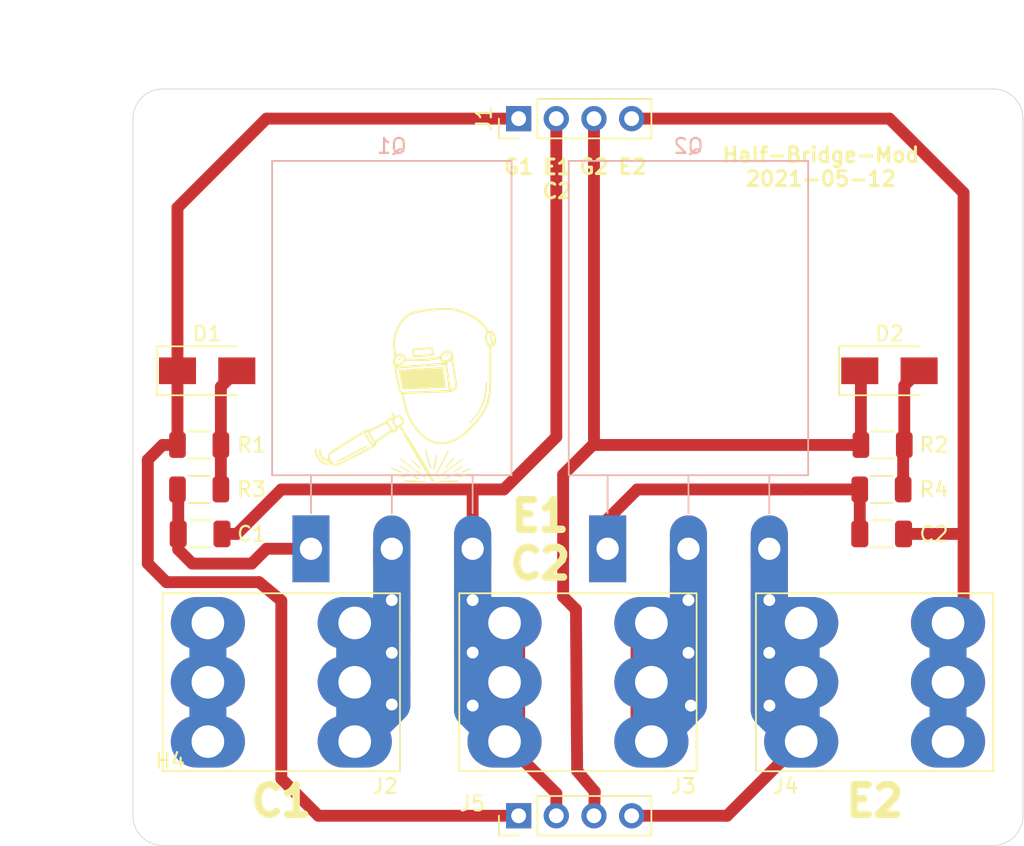
<source format=kicad_pcb>
(kicad_pcb (version 20171130) (host pcbnew 5.1.10-1.fc33)

  (general
    (thickness 1.6)
    (drawings 18)
    (tracks 152)
    (zones 0)
    (modules 20)
    (nets 10)
  )

  (page A4)
  (layers
    (0 F.Cu signal)
    (31 B.Cu signal)
    (32 B.Adhes user)
    (33 F.Adhes user)
    (34 B.Paste user)
    (35 F.Paste user)
    (36 B.SilkS user)
    (37 F.SilkS user)
    (38 B.Mask user)
    (39 F.Mask user)
    (40 Dwgs.User user)
    (41 Cmts.User user)
    (42 Eco1.User user)
    (43 Eco2.User user)
    (44 Edge.Cuts user)
    (45 Margin user)
    (46 B.CrtYd user)
    (47 F.CrtYd user)
    (48 B.Fab user hide)
    (49 F.Fab user hide)
  )

  (setup
    (last_trace_width 0.25)
    (user_trace_width 0.8)
    (user_trace_width 2.5)
    (trace_clearance 0.2)
    (zone_clearance 0.508)
    (zone_45_only no)
    (trace_min 0.2)
    (via_size 0.8)
    (via_drill 0.4)
    (via_min_size 0.4)
    (via_min_drill 0.3)
    (user_via 1.2 0.8)
    (uvia_size 0.3)
    (uvia_drill 0.1)
    (uvias_allowed no)
    (uvia_min_size 0.2)
    (uvia_min_drill 0.1)
    (edge_width 0.05)
    (segment_width 0.2)
    (pcb_text_width 0.3)
    (pcb_text_size 1.5 1.5)
    (mod_edge_width 0.12)
    (mod_text_size 1 1)
    (mod_text_width 0.15)
    (pad_size 1.524 1.524)
    (pad_drill 0.762)
    (pad_to_mask_clearance 0)
    (aux_axis_origin 0 0)
    (visible_elements FFFFFF7F)
    (pcbplotparams
      (layerselection 0x010fc_ffffffff)
      (usegerberextensions false)
      (usegerberattributes true)
      (usegerberadvancedattributes true)
      (creategerberjobfile true)
      (excludeedgelayer true)
      (linewidth 0.100000)
      (plotframeref false)
      (viasonmask false)
      (mode 1)
      (useauxorigin false)
      (hpglpennumber 1)
      (hpglpenspeed 20)
      (hpglpendiameter 15.000000)
      (psnegative false)
      (psa4output false)
      (plotreference true)
      (plotvalue true)
      (plotinvisibletext false)
      (padsonsilk false)
      (subtractmaskfromsilk false)
      (outputformat 1)
      (mirror false)
      (drillshape 0)
      (scaleselection 1)
      (outputdirectory "gerber"))
  )

  (net 0 "")
  (net 1 "Net-(C1-Pad1)")
  (net 2 "Net-(C2-Pad1)")
  (net 3 "Net-(D1-Pad2)")
  (net 4 "Net-(D1-Pad1)")
  (net 5 "Net-(D2-Pad2)")
  (net 6 "Net-(D2-Pad1)")
  (net 7 /E1C2)
  (net 8 /E2)
  (net 9 /C1)

  (net_class Default "This is the default net class."
    (clearance 0.2)
    (trace_width 0.25)
    (via_dia 0.8)
    (via_drill 0.4)
    (uvia_dia 0.3)
    (uvia_drill 0.1)
    (add_net /C1)
    (add_net /E1C2)
    (add_net /E2)
    (add_net "Net-(C1-Pad1)")
    (add_net "Net-(C2-Pad1)")
    (add_net "Net-(D1-Pad1)")
    (add_net "Net-(D1-Pad2)")
    (add_net "Net-(D2-Pad1)")
    (add_net "Net-(D2-Pad2)")
  )

  (module half-bridge-mod:welder_footprint (layer F.Cu) (tedit 0) (tstamp 6081800A)
    (at 178.5 110.7)
    (fp_text reference G*** (at 0 0) (layer F.SilkS) hide
      (effects (font (size 1.524 1.524) (thickness 0.3)))
    )
    (fp_text value LOGO (at 0.75 0) (layer F.SilkS) hide
      (effects (font (size 1.524 1.524) (thickness 0.3)))
    )
    (fp_poly (pts (xy 2.791351 -2.881512) (xy 2.781991 -2.840142) (xy 2.731927 -2.772837) (xy 2.672477 -2.710496)
      (xy 2.600422 -2.641345) (xy 2.554726 -2.604266) (xy 2.526782 -2.594478) (xy 2.507981 -2.607202)
      (xy 2.502091 -2.615891) (xy 2.510199 -2.645644) (xy 2.545901 -2.697408) (xy 2.598617 -2.759679)
      (xy 2.657764 -2.820955) (xy 2.712761 -2.869731) (xy 2.753028 -2.894505) (xy 2.759375 -2.8956)
      (xy 2.791351 -2.881512)) (layer F.SilkS) (width 0.01))
    (fp_poly (pts (xy -0.38396 -2.653034) (xy -0.393001 -2.611727) (xy -0.443439 -2.54397) (xy -0.504996 -2.47946)
      (xy -0.578014 -2.413744) (xy -0.627141 -2.383079) (xy -0.646563 -2.38576) (xy -0.64055 -2.418459)
      (xy -0.607974 -2.47358) (xy -0.559102 -2.538558) (xy -0.504201 -2.600828) (xy -0.453541 -2.647826)
      (xy -0.417389 -2.666987) (xy -0.416735 -2.667) (xy -0.38396 -2.653034)) (layer F.SilkS) (width 0.01))
    (fp_poly (pts (xy 2.383425 -1.942554) (xy 2.389437 -1.916353) (xy 2.402106 -1.846477) (xy 2.42034 -1.739457)
      (xy 2.443048 -1.601823) (xy 2.469138 -1.440105) (xy 2.497518 -1.260835) (xy 2.499424 -1.24868)
      (xy 2.606897 -0.562844) (xy 2.376598 -0.548121) (xy 2.298667 -0.543806) (xy 2.177229 -0.537941)
      (xy 2.019544 -0.530839) (xy 1.832873 -0.522811) (xy 1.624475 -0.514169) (xy 1.40161 -0.505224)
      (xy 1.171537 -0.496289) (xy 1.1557 -0.495685) (xy 0.924476 -0.486734) (xy 0.699167 -0.477732)
      (xy 0.487182 -0.468997) (xy 0.29593 -0.460845) (xy 0.132818 -0.453591) (xy 0.005255 -0.447552)
      (xy -0.07935 -0.443044) (xy -0.08255 -0.442851) (xy -0.187639 -0.437232) (xy -0.270644 -0.434313)
      (xy -0.320699 -0.434389) (xy -0.330425 -0.436115) (xy -0.33496 -0.462303) (xy -0.347619 -0.531781)
      (xy -0.367177 -0.637906) (xy -0.392404 -0.774035) (xy -0.422074 -0.933526) (xy -0.452867 -1.09855)
      (xy -0.485482 -1.273524) (xy -0.514682 -1.431009) (xy -0.539262 -1.564444) (xy -0.558019 -1.66727)
      (xy -0.56975 -1.732926) (xy -0.573292 -1.754892) (xy -0.547915 -1.757574) (xy -0.477269 -1.763008)
      (xy -0.366793 -1.770848) (xy -0.221925 -1.78075) (xy -0.048101 -1.792368) (xy 0.149239 -1.805357)
      (xy 0.364659 -1.819373) (xy 0.592722 -1.834069) (xy 0.827988 -1.849101) (xy 1.065021 -1.864124)
      (xy 1.298383 -1.878793) (xy 1.522637 -1.892762) (xy 1.732344 -1.905686) (xy 1.922067 -1.91722)
      (xy 2.086369 -1.92702) (xy 2.219811 -1.934739) (xy 2.316957 -1.940034) (xy 2.372368 -1.942558)
      (xy 2.383425 -1.942554)) (layer F.SilkS) (width 0.01))
    (fp_poly (pts (xy 1.62315 -3.27953) (xy 1.675486 -3.261547) (xy 1.709506 -3.23219) (xy 1.731666 -3.190126)
      (xy 1.748418 -3.134023) (xy 1.749282 -3.130618) (xy 1.781909 -2.980773) (xy 1.793177 -2.869926)
      (xy 1.78326 -2.791065) (xy 1.758918 -2.744696) (xy 1.740631 -2.72538) (xy 1.716376 -2.710225)
      (xy 1.679191 -2.698127) (xy 1.622114 -2.687982) (xy 1.538181 -2.678684) (xy 1.420429 -2.669129)
      (xy 1.261897 -2.658213) (xy 1.180111 -2.652867) (xy 0.972821 -2.639562) (xy 0.810201 -2.629669)
      (xy 0.686238 -2.623149) (xy 0.594919 -2.619962) (xy 0.530232 -2.62007) (xy 0.486164 -2.623434)
      (xy 0.456703 -2.630014) (xy 0.435835 -2.639771) (xy 0.423824 -2.64795) (xy 0.394761 -2.692455)
      (xy 0.365483 -2.779018) (xy 0.34244 -2.880506) (xy 0.324083 -2.983777) (xy 0.316987 -3.050913)
      (xy 0.318676 -3.069) (xy 0.451239 -3.069) (xy 0.467835 -2.943891) (xy 0.482367 -2.843943)
      (xy 0.500447 -2.784766) (xy 0.532946 -2.756865) (xy 0.590737 -2.750742) (xy 0.682139 -2.756698)
      (xy 0.769324 -2.763104) (xy 0.892808 -2.77152) (xy 1.038176 -2.780996) (xy 1.191013 -2.790578)
      (xy 1.241406 -2.793648) (xy 1.37685 -2.802541) (xy 1.493522 -2.811544) (xy 1.582404 -2.819855)
      (xy 1.634477 -2.826673) (xy 1.64413 -2.829465) (xy 1.647869 -2.859194) (xy 1.64527 -2.924157)
      (xy 1.63848 -2.995642) (xy 1.620612 -3.1496) (xy 1.497489 -3.1496) (xy 1.420704 -3.147363)
      (xy 1.305611 -3.141243) (xy 1.164479 -3.132128) (xy 1.009575 -3.120906) (xy 0.853166 -3.108464)
      (xy 0.707522 -3.09569) (xy 0.587569 -3.083761) (xy 0.451239 -3.069) (xy 0.318676 -3.069)
      (xy 0.321134 -3.095312) (xy 0.336506 -3.130372) (xy 0.342089 -3.139228) (xy 0.356781 -3.159589)
      (xy 0.375125 -3.176074) (xy 0.402986 -3.18965) (xy 0.446229 -3.201283) (xy 0.510719 -3.211939)
      (xy 0.602322 -3.222586) (xy 0.726902 -3.234188) (xy 0.890325 -3.247713) (xy 1.098456 -3.264128)
      (xy 1.101598 -3.264374) (xy 1.291725 -3.27856) (xy 1.437723 -3.286704) (xy 1.546047 -3.287471)
      (xy 1.62315 -3.27953)) (layer F.SilkS) (width 0.01))
    (fp_poly (pts (xy 5.352199 -0.995278) (xy 5.362703 -0.965285) (xy 5.366693 -0.904429) (xy 5.365355 -0.803819)
      (xy 5.364438 -0.7747) (xy 5.331659 -0.346871) (xy 5.26342 0.054713) (xy 5.160645 0.426567)
      (xy 5.024257 0.76521) (xy 4.890595 1.011447) (xy 4.806586 1.141284) (xy 4.712812 1.275476)
      (xy 4.61403 1.40835) (xy 4.514995 1.534233) (xy 4.420465 1.647454) (xy 4.335195 1.742339)
      (xy 4.263942 1.813216) (xy 4.211462 1.854412) (xy 4.182511 1.860255) (xy 4.180707 1.858095)
      (xy 4.173129 1.842157) (xy 4.174439 1.823592) (xy 4.189328 1.795513) (xy 4.222489 1.751031)
      (xy 4.278613 1.683258) (xy 4.362391 1.585305) (xy 4.382214 1.56226) (xy 4.618208 1.26804)
      (xy 4.812506 0.97935) (xy 4.968488 0.687647) (xy 5.089538 0.38439) (xy 5.179037 0.061035)
      (xy 5.240368 -0.290959) (xy 5.276912 -0.680135) (xy 5.27814 -0.700559) (xy 5.28706 -0.832819)
      (xy 5.296383 -0.921717) (xy 5.307479 -0.974685) (xy 5.32172 -0.999152) (xy 5.334 -1.0033)
      (xy 5.352199 -0.995278)) (layer F.SilkS) (width 0.01))
    (fp_poly (pts (xy -2.683699 3.351341) (xy -2.668334 3.382629) (xy -2.671935 3.3916) (xy -2.698081 3.407243)
      (xy -2.763604 3.44304) (xy -2.862943 3.496107) (xy -2.990537 3.563558) (xy -3.140823 3.642507)
      (xy -3.30824 3.73007) (xy -3.487227 3.823361) (xy -3.672222 3.919495) (xy -3.857662 4.015587)
      (xy -4.037988 4.108751) (xy -4.207636 4.196101) (xy -4.361046 4.274753) (xy -4.492656 4.341821)
      (xy -4.596903 4.39442) (xy -4.668228 4.429664) (xy -4.701067 4.444669) (xy -4.702413 4.445)
      (xy -4.72231 4.424564) (xy -4.7244 4.409499) (xy -4.702632 4.389337) (xy -4.641009 4.34967)
      (xy -4.545057 4.293364) (xy -4.4203 4.223281) (xy -4.272263 4.142289) (xy -4.106469 4.05325)
      (xy -3.928444 3.95903) (xy -3.743712 3.862493) (xy -3.557798 3.766504) (xy -3.376226 3.673927)
      (xy -3.20452 3.587627) (xy -3.048206 3.510469) (xy -2.912808 3.445317) (xy -2.803849 3.395036)
      (xy -2.726856 3.362491) (xy -2.687352 3.350545) (xy -2.683699 3.351341)) (layer F.SilkS) (width 0.01))
    (fp_poly (pts (xy 2.819906 -5.927147) (xy 2.932858 -5.924184) (xy 3.023569 -5.918431) (xy 3.101558 -5.909029)
      (xy 3.176344 -5.895118) (xy 3.257447 -5.87584) (xy 3.354387 -5.850335) (xy 3.356003 -5.849903)
      (xy 3.714043 -5.739498) (xy 4.052259 -5.606355) (xy 4.366067 -5.453419) (xy 4.650883 -5.283633)
      (xy 4.902122 -5.099941) (xy 5.1152 -4.905287) (xy 5.285532 -4.702613) (xy 5.38124 -4.549434)
      (xy 5.463978 -4.3942) (xy 5.592029 -4.394201) (xy 5.676968 -4.389184) (xy 5.736203 -4.367633)
      (xy 5.794374 -4.319795) (xy 5.803967 -4.310313) (xy 5.884995 -4.195278) (xy 5.939648 -4.040909)
      (xy 5.966426 -3.852168) (xy 5.968999 -3.764779) (xy 5.961298 -3.616311) (xy 5.935491 -3.508216)
      (xy 5.887521 -3.432048) (xy 5.813334 -3.379362) (xy 5.776182 -3.363266) (xy 5.706481 -3.328707)
      (xy 5.665494 -3.29251) (xy 5.660323 -3.2795) (xy 5.659679 -3.246559) (xy 5.659327 -3.167921)
      (xy 5.659256 -3.048688) (xy 5.659457 -2.893961) (xy 5.65992 -2.708842) (xy 5.660633 -2.498433)
      (xy 5.661588 -2.267836) (xy 5.662774 -2.022153) (xy 5.662855 -2.0066) (xy 5.663884 -1.626479)
      (xy 5.662481 -1.292176) (xy 5.658228 -0.998748) (xy 5.650704 -0.741255) (xy 5.639489 -0.514754)
      (xy 5.624165 -0.314303) (xy 5.604311 -0.13496) (xy 5.579508 0.028217) (xy 5.549336 0.18017)
      (xy 5.513375 0.325841) (xy 5.471207 0.470172) (xy 5.445889 0.548743) (xy 5.333184 0.827981)
      (xy 5.178914 1.118444) (xy 4.989046 1.413438) (xy 4.769549 1.706266) (xy 4.52639 1.990233)
      (xy 4.265538 2.258643) (xy 3.99296 2.5048) (xy 3.714626 2.722009) (xy 3.436503 2.903574)
      (xy 3.2639 2.996733) (xy 2.970304 3.126294) (xy 2.697913 3.214034) (xy 2.440761 3.261059)
      (xy 2.192883 3.268472) (xy 1.955749 3.238877) (xy 1.689457 3.161054) (xy 1.425121 3.036352)
      (xy 1.166301 2.868666) (xy 0.916561 2.66189) (xy 0.679461 2.419921) (xy 0.458565 2.146654)
      (xy 0.257434 1.845984) (xy 0.07963 1.521806) (xy -0.071285 1.178016) (xy -0.159752 0.925452)
      (xy -0.186091 0.829048) (xy -0.216793 0.696664) (xy -0.248817 0.542578) (xy -0.279121 0.381066)
      (xy -0.293066 0.299636) (xy -0.318894 0.144674) (xy -0.338951 0.032404) (xy -0.355573 -0.044628)
      (xy -0.371094 -0.093878) (xy -0.387849 -0.122803) (xy -0.408174 -0.138859) (xy -0.433643 -0.149237)
      (xy -0.499605 -0.188121) (xy -0.541384 -0.232974) (xy -0.555378 -0.272202) (xy -0.577056 -0.35468)
      (xy -0.604921 -0.473695) (xy -0.637475 -0.622534) (xy -0.673223 -0.794484) (xy -0.710666 -0.982831)
      (xy -0.723871 -1.051263) (xy -0.768636 -1.288723) (xy -0.8033 -1.481465) (xy -0.828587 -1.634405)
      (xy -0.84522 -1.752459) (xy -0.853924 -1.840542) (xy -0.854184 -1.851496) (xy -0.722547 -1.851496)
      (xy -0.720924 -1.824758) (xy -0.710946 -1.755591) (xy -0.693978 -1.651424) (xy -0.671386 -1.519688)
      (xy -0.644537 -1.367815) (xy -0.614795 -1.203236) (xy -0.583528 -1.03338) (xy -0.552101 -0.865679)
      (xy -0.521879 -0.707565) (xy -0.49423 -0.566467) (xy -0.470519 -0.449817) (xy -0.452111 -0.365045)
      (xy -0.44173 -0.32385) (xy -0.437958 -0.313026) (xy -0.431276 -0.303824) (xy -0.418161 -0.296272)
      (xy -0.395088 -0.290398) (xy -0.358532 -0.286231) (xy -0.304968 -0.283799) (xy -0.230873 -0.28313)
      (xy -0.132721 -0.284252) (xy -0.006987 -0.287194) (xy 0.149851 -0.291982) (xy 0.34132 -0.298646)
      (xy 0.570944 -0.307213) (xy 0.842247 -0.317713) (xy 1.158755 -0.330172) (xy 1.363142 -0.338256)
      (xy 1.625243 -0.348933) (xy 1.872034 -0.359578) (xy 2.098863 -0.369951) (xy 2.301077 -0.379809)
      (xy 2.474022 -0.388913) (xy 2.613048 -0.397021) (xy 2.7135 -0.403893) (xy 2.770725 -0.409286)
      (xy 2.782458 -0.411784) (xy 2.782154 -0.43916) (xy 2.774979 -0.509534) (xy 2.761983 -0.615722)
      (xy 2.744221 -0.750543) (xy 2.722744 -0.906817) (xy 2.698604 -1.07736) (xy 2.672853 -1.254992)
      (xy 2.646545 -1.432531) (xy 2.620731 -1.602796) (xy 2.596463 -1.758604) (xy 2.574794 -1.892774)
      (xy 2.556777 -1.998125) (xy 2.543462 -2.067474) (xy 2.536034 -2.093556) (xy 2.509073 -2.09365)
      (xy 2.436662 -2.090142) (xy 2.323996 -2.083416) (xy 2.17627 -2.07386) (xy 1.998675 -2.061858)
      (xy 1.796408 -2.047796) (xy 1.574662 -2.032061) (xy 1.338631 -2.015038) (xy 1.093508 -1.997114)
      (xy 0.844488 -1.978673) (xy 0.596766 -1.960101) (xy 0.355534 -1.941785) (xy 0.125987 -1.924111)
      (xy -0.086681 -1.907463) (xy -0.277277 -1.892229) (xy -0.440605 -1.878793) (xy -0.571472 -1.867542)
      (xy -0.664685 -1.858861) (xy -0.715048 -1.853137) (xy -0.722547 -1.851496) (xy -0.854184 -1.851496)
      (xy -0.855422 -1.903571) (xy -0.85329 -1.930458) (xy -0.847392 -2.012867) (xy -0.848479 -2.017499)
      (xy -0.64113 -2.017499) (xy -0.598498 -2.01232) (xy -0.508 -2.017737) (xy -0.452237 -2.022387)
      (xy -0.350964 -2.03018) (xy -0.209351 -2.040743) (xy -0.032566 -2.053701) (xy 0.174222 -2.068678)
      (xy 0.405844 -2.085299) (xy 0.657132 -2.103191) (xy 0.922916 -2.121977) (xy 1.116823 -2.135599)
      (xy 1.268373 -2.1463) (xy 2.670162 -2.1463) (xy 2.801931 -1.289061) (xy 2.833481 -1.087201)
      (xy 2.863388 -0.902263) (xy 2.890645 -0.740007) (xy 2.914241 -0.60619) (xy 2.933167 -0.506572)
      (xy 2.946414 -0.446908) (xy 2.952187 -0.431811) (xy 2.983163 -0.442217) (xy 3.045041 -0.469276)
      (xy 3.110965 -0.500605) (xy 3.197134 -0.548966) (xy 3.2372 -0.587646) (xy 3.240112 -0.608555)
      (xy 3.23376 -0.642183) (xy 3.220771 -0.719954) (xy 3.202109 -0.835782) (xy 3.178738 -0.983582)
      (xy 3.151621 -1.157268) (xy 3.121722 -1.350756) (xy 3.097123 -1.5113) (xy 3.06564 -1.714939)
      (xy 3.03588 -1.902554) (xy 3.008837 -2.068243) (xy 2.985507 -2.206099) (xy 2.966885 -2.310218)
      (xy 2.953965 -2.374695) (xy 2.94842 -2.393748) (xy 2.924005 -2.386237) (xy 2.874993 -2.349081)
      (xy 2.811273 -2.28994) (xy 2.800863 -2.279448) (xy 2.670162 -2.1463) (xy 1.268373 -2.1463)
      (xy 1.45989 -2.159823) (xy 1.75394 -2.181007) (xy 2.000656 -2.199309) (xy 2.201721 -2.214882)
      (xy 2.358819 -2.227884) (xy 2.473632 -2.238469) (xy 2.547843 -2.246794) (xy 2.583135 -2.253013)
      (xy 2.581191 -2.257283) (xy 2.543694 -2.25976) (xy 2.472326 -2.260599) (xy 2.468033 -2.2606)
      (xy 2.35185 -2.275815) (xy 2.272812 -2.323499) (xy 2.226639 -2.406716) (xy 2.218531 -2.439194)
      (xy 2.205055 -2.48377) (xy 2.18021 -2.50702) (xy 2.13391 -2.510545) (xy 2.056067 -2.495941)
      (xy 1.9812 -2.476799) (xy 1.827467 -2.439517) (xy 1.673979 -2.410668) (xy 1.512447 -2.389631)
      (xy 1.334584 -2.375789) (xy 1.132101 -2.368521) (xy 0.89671 -2.36721) (xy 0.620125 -2.371236)
      (xy 0.579696 -2.372143) (xy 0.372545 -2.376826) (xy 0.210482 -2.379957) (xy 0.087813 -2.381271)
      (xy -0.001158 -2.380503) (xy -0.062127 -2.37739) (xy -0.100788 -2.371667) (xy -0.122836 -2.36307)
      (xy -0.133968 -2.351334) (xy -0.139069 -2.338789) (xy -0.182374 -2.269739) (xy -0.262379 -2.199077)
      (xy -0.366201 -2.136244) (xy -0.475323 -2.092355) (xy -0.579319 -2.058025) (xy -0.634663 -2.032903)
      (xy -0.64113 -2.017499) (xy -0.848479 -2.017499) (xy -0.858932 -2.062) (xy -0.877559 -2.083845)
      (xy -0.949978 -2.172458) (xy -0.978777 -2.282935) (xy -0.978192 -2.288281) (xy -0.833683 -2.288281)
      (xy -0.799586 -2.209375) (xy -0.796164 -2.205451) (xy -0.758572 -2.173666) (xy -0.712938 -2.161719)
      (xy -0.646382 -2.169202) (xy -0.546024 -2.19571) (xy -0.540404 -2.197374) (xy -0.404113 -2.254861)
      (xy -0.310069 -2.332575) (xy -0.260929 -2.427845) (xy -0.254 -2.485038) (xy -0.260283 -2.569568)
      (xy -0.275712 -2.643816) (xy -0.278772 -2.652647) (xy -0.300343 -2.692691) (xy -0.335723 -2.71192)
      (xy -0.401222 -2.717604) (xy -0.424822 -2.717761) (xy -0.569891 -2.698336) (xy -0.683578 -2.639451)
      (xy -0.767775 -2.540032) (xy -0.78105 -2.515569) (xy -0.827419 -2.392097) (xy -0.833683 -2.288281)
      (xy -0.978192 -2.288281) (xy -0.964093 -2.416953) (xy -0.915934 -2.554276) (xy -0.897787 -2.598822)
      (xy -0.887031 -2.640132) (xy -0.883758 -2.688901) (xy -0.888058 -2.755827) (xy -0.900022 -2.851607)
      (xy -0.919614 -2.986076) (xy -0.95256 -3.28177) (xy -0.958503 -3.453299) (xy -0.835408 -3.453299)
      (xy -0.813453 -3.196366) (xy -0.797677 -3.080519) (xy -0.780702 -2.969089) (xy -0.765932 -2.878158)
      (xy -0.75514 -2.818277) (xy -0.750492 -2.799732) (xy -0.724508 -2.801994) (xy -0.663616 -2.81488)
      (xy -0.594165 -2.832202) (xy -0.436463 -2.858389) (xy -0.310842 -2.845273) (xy -0.217072 -2.792753)
      (xy -0.154923 -2.700728) (xy -0.133036 -2.628059) (xy -0.112177 -2.5273) (xy 0.470961 -2.504466)
      (xy 0.77639 -2.495857) (xy 1.041919 -2.496199) (xy 1.277761 -2.506118) (xy 1.494129 -2.52624)
      (xy 1.701238 -2.557193) (xy 1.8169 -2.580187) (xy 2.339217 -2.580187) (xy 2.341021 -2.490571)
      (xy 2.360618 -2.426095) (xy 2.36855 -2.415805) (xy 2.419137 -2.395348) (xy 2.500498 -2.394866)
      (xy 2.597714 -2.412133) (xy 2.695864 -2.444928) (xy 2.752183 -2.472979) (xy 2.854419 -2.540118)
      (xy 2.914918 -2.600803) (xy 2.940273 -2.66423) (xy 2.938277 -2.732612) (xy 2.915971 -2.814917)
      (xy 2.882681 -2.886767) (xy 2.881389 -2.88877) (xy 2.852566 -2.925531) (xy 2.818346 -2.942041)
      (xy 2.761979 -2.942818) (xy 2.703383 -2.936774) (xy 2.574718 -2.914249) (xy 2.484669 -2.878158)
      (xy 2.421574 -2.822183) (xy 2.385562 -2.764607) (xy 2.354349 -2.677384) (xy 2.339217 -2.580187)
      (xy 1.8169 -2.580187) (xy 1.8669 -2.590127) (xy 2.002007 -2.620073) (xy 2.095602 -2.642638)
      (xy 2.155858 -2.66102) (xy 2.190948 -2.678416) (xy 2.209047 -2.698022) (xy 2.218327 -2.723035)
      (xy 2.219625 -2.728091) (xy 2.242724 -2.781818) (xy 2.285053 -2.853434) (xy 2.308591 -2.887693)
      (xy 2.408949 -2.983605) (xy 2.544865 -3.045679) (xy 2.712714 -3.07241) (xy 2.755672 -3.0734)
      (xy 2.842132 -3.068411) (xy 2.900096 -3.048289) (xy 2.951324 -3.005307) (xy 2.953361 -3.003191)
      (xy 3.020837 -2.90756) (xy 3.067446 -2.792316) (xy 3.085638 -2.678852) (xy 3.08288 -2.636163)
      (xy 3.08384 -2.593013) (xy 3.092147 -2.505689) (xy 3.107014 -2.380162) (xy 3.127653 -2.222403)
      (xy 3.153276 -2.038381) (xy 3.183097 -1.834069) (xy 3.216327 -1.615437) (xy 3.224029 -1.565937)
      (xy 3.258112 -1.346564) (xy 3.289583 -1.141647) (xy 3.317589 -0.956905) (xy 3.341282 -0.798057)
      (xy 3.359808 -0.670821) (xy 3.372319 -0.580918) (xy 3.377962 -0.534065) (xy 3.3782 -0.529792)
      (xy 3.36589 -0.500041) (xy 3.324661 -0.465363) (xy 3.248064 -0.421372) (xy 3.14325 -0.37005)
      (xy 2.9083 -0.259688) (xy 1.3462 -0.203219) (xy 1.069507 -0.19311) (xy 0.808217 -0.183355)
      (xy 0.56669 -0.174132) (xy 0.349287 -0.165616) (xy 0.16037 -0.157984) (xy 0.0043 -0.151413)
      (xy -0.114563 -0.14608) (xy -0.191857 -0.14216) (xy -0.223222 -0.13983) (xy -0.22368 -0.139679)
      (xy -0.22584 -0.109279) (xy -0.217812 -0.037953) (xy -0.20133 0.065846) (xy -0.178127 0.193662)
      (xy -0.149937 0.337039) (xy -0.118492 0.487524) (xy -0.085527 0.636662) (xy -0.052775 0.775997)
      (xy -0.021969 0.897075) (xy 0.005157 0.991441) (xy 0.013256 1.016) (xy 0.146086 1.347119)
      (xy 0.30935 1.666571) (xy 0.498316 1.968415) (xy 0.708255 2.246712) (xy 0.934438 2.495522)
      (xy 1.172134 2.708903) (xy 1.416613 2.880917) (xy 1.561381 2.960235) (xy 1.671133 3.009494)
      (xy 1.786056 3.054194) (xy 1.8796 3.084167) (xy 2.036982 3.111566) (xy 2.223275 3.122179)
      (xy 2.419534 3.116262) (xy 2.606814 3.094071) (xy 2.707386 3.072952) (xy 2.892979 3.013149)
      (xy 3.100888 2.924959) (xy 3.316949 2.815343) (xy 3.526994 2.691261) (xy 3.6449 2.612299)
      (xy 3.777738 2.509829) (xy 3.932852 2.375759) (xy 4.101561 2.21877) (xy 4.275183 2.047542)
      (xy 4.445037 1.870753) (xy 4.602443 1.697083) (xy 4.738719 1.535212) (xy 4.796908 1.4605)
      (xy 4.957951 1.226569) (xy 5.105026 0.974147) (xy 5.231035 0.717198) (xy 5.328879 0.469687)
      (xy 5.371464 0.3302) (xy 5.402571 0.210088) (xy 5.429171 0.098763) (xy 5.451598 -0.008825)
      (xy 5.470189 -0.117728) (xy 5.485278 -0.232998) (xy 5.497199 -0.359685) (xy 5.506287 -0.502842)
      (xy 5.512878 -0.66752) (xy 5.517305 -0.858769) (xy 5.519905 -1.081642) (xy 5.521011 -1.34119)
      (xy 5.520959 -1.642464) (xy 5.520313 -1.915363) (xy 5.516126 -3.335425) (xy 5.437059 -3.397305)
      (xy 5.343546 -3.495933) (xy 5.28043 -3.624386) (xy 5.245176 -3.788736) (xy 5.237798 -3.874714)
      (xy 5.237014 -3.900113) (xy 5.362142 -3.900113) (xy 5.379721 -3.759509) (xy 5.419246 -3.635705)
      (xy 5.477264 -3.540331) (xy 5.534189 -3.492579) (xy 5.587479 -3.465101) (xy 5.622274 -3.457446)
      (xy 5.664896 -3.46552) (xy 5.680825 -3.469776) (xy 5.735551 -3.484457) (xy 5.669815 -3.61116)
      (xy 5.632992 -3.70752) (xy 5.60597 -3.827327) (xy 5.590196 -3.955145) (xy 5.588433 -4.024161)
      (xy 5.664588 -4.024161) (xy 5.671888 -3.927058) (xy 5.691461 -3.816646) (xy 5.719054 -3.710141)
      (xy 5.750412 -3.624757) (xy 5.772833 -3.586146) (xy 5.80301 -3.56873) (xy 5.824545 -3.597103)
      (xy 5.83637 -3.666821) (xy 5.837418 -3.77344) (xy 5.833581 -3.839006) (xy 5.814234 -3.981468)
      (xy 5.781578 -4.104259) (xy 5.739473 -4.194224) (xy 5.723088 -4.215665) (xy 5.702561 -4.214424)
      (xy 5.68364 -4.173852) (xy 5.669818 -4.105383) (xy 5.664588 -4.024161) (xy 5.588433 -4.024161)
      (xy 5.58712 -4.075532) (xy 5.598188 -4.173051) (xy 5.613094 -4.21583) (xy 5.630136 -4.25261)
      (xy 5.620583 -4.265768) (xy 5.574613 -4.261236) (xy 5.546225 -4.256231) (xy 5.463733 -4.231222)
      (xy 5.411912 -4.184913) (xy 5.381143 -4.105828) (xy 5.369961 -4.04589) (xy 5.362142 -3.900113)
      (xy 5.237014 -3.900113) (xy 5.234246 -3.989781) (xy 5.240486 -4.07466) (xy 5.259302 -4.149478)
      (xy 5.284835 -4.214573) (xy 5.343102 -4.350018) (xy 5.285207 -4.459151) (xy 5.240211 -4.532551)
      (xy 5.174847 -4.625625) (xy 5.102219 -4.719839) (xy 5.092359 -4.731894) (xy 4.92081 -4.909432)
      (xy 4.706228 -5.08192) (xy 4.456367 -5.245436) (xy 4.178979 -5.39606) (xy 3.881821 -5.529871)
      (xy 3.572644 -5.642951) (xy 3.259204 -5.731377) (xy 3.018515 -5.780419) (xy 2.890289 -5.799097)
      (xy 2.766864 -5.810159) (xy 2.632753 -5.814262) (xy 2.472473 -5.812061) (xy 2.362859 -5.808213)
      (xy 2.133451 -5.795377) (xy 1.885733 -5.775202) (xy 1.628473 -5.748899) (xy 1.370438 -5.717685)
      (xy 1.120395 -5.682772) (xy 0.88711 -5.645373) (xy 0.679351 -5.606704) (xy 0.505885 -5.567978)
      (xy 0.388862 -5.534913) (xy 0.158654 -5.432757) (xy -0.054475 -5.283912) (xy -0.249015 -5.090043)
      (xy -0.423452 -4.852815) (xy -0.576277 -4.573896) (xy -0.660558 -4.378085) (xy -0.746761 -4.133091)
      (xy -0.803607 -3.907042) (xy -0.832641 -3.685318) (xy -0.835408 -3.453299) (xy -0.958503 -3.453299)
      (xy -0.962322 -3.563499) (xy -0.949205 -3.82256) (xy -0.91351 -4.050253) (xy -0.878166 -4.177839)
      (xy -0.747877 -4.519713) (xy -0.603795 -4.81473) (xy -0.443877 -5.065458) (xy -0.266085 -5.274461)
      (xy -0.068378 -5.444304) (xy 0.151283 -5.577554) (xy 0.281084 -5.63573) (xy 0.408974 -5.678201)
      (xy 0.577294 -5.720781) (xy 0.775741 -5.760988) (xy 0.8636 -5.776238) (xy 1.136243 -5.820284)
      (xy 1.369843 -5.855165) (xy 1.575129 -5.881884) (xy 1.76283 -5.901444) (xy 1.943676 -5.914847)
      (xy 2.128395 -5.923096) (xy 2.327716 -5.927194) (xy 2.4892 -5.928141) (xy 2.675193 -5.92818)
      (xy 2.819906 -5.927147)) (layer F.SilkS) (width 0.01))
    (fp_poly (pts (xy 3.141577 4.169329) (xy 3.14106 4.191324) (xy 3.123822 4.227485) (xy 3.086301 4.283481)
      (xy 3.024936 4.364982) (xy 2.936163 4.477659) (xy 2.891959 4.533006) (xy 2.78163 4.666986)
      (xy 2.697797 4.759798) (xy 2.639025 4.812711) (xy 2.603881 4.826989) (xy 2.590931 4.8039)
      (xy 2.5908 4.799009) (xy 2.606076 4.767917) (xy 2.647513 4.708513) (xy 2.708519 4.628672)
      (xy 2.782503 4.536273) (xy 2.862875 4.439193) (xy 2.943043 4.34531) (xy 3.016416 4.2625)
      (xy 3.076403 4.198642) (xy 3.116414 4.161612) (xy 3.128938 4.155828) (xy 3.141577 4.169329)) (layer F.SilkS) (width 0.01))
    (fp_poly (pts (xy 1.218111 3.570802) (xy 1.230594 3.60012) (xy 1.254437 3.670364) (xy 1.287289 3.773549)
      (xy 1.326797 3.901687) (xy 1.370607 4.046791) (xy 1.416368 4.200874) (xy 1.461727 4.35595)
      (xy 1.504331 4.504031) (xy 1.541828 4.637131) (xy 1.571866 4.747262) (xy 1.592091 4.826438)
      (xy 1.600151 4.866671) (xy 1.6002 4.867992) (xy 1.580277 4.899133) (xy 1.56628 4.9022)
      (xy 1.5472 4.877538) (xy 1.516482 4.803757) (xy 1.474229 4.681159) (xy 1.420546 4.51005)
      (xy 1.355538 4.290733) (xy 1.348265 4.26563) (xy 1.283715 4.037664) (xy 1.235418 3.855956)
      (xy 1.203045 3.718748) (xy 1.186266 3.624282) (xy 1.184752 3.570798) (xy 1.198174 3.556539)
      (xy 1.218111 3.570802)) (layer F.SilkS) (width 0.01))
    (fp_poly (pts (xy 0.266426 4.271491) (xy 0.323936 4.313658) (xy 0.414058 4.393893) (xy 0.537022 4.512392)
      (xy 0.574709 4.549801) (xy 0.704271 4.681184) (xy 0.798023 4.781504) (xy 0.858087 4.853485)
      (xy 0.886591 4.899851) (xy 0.885659 4.923324) (xy 0.869568 4.9276) (xy 0.846162 4.910463)
      (xy 0.793288 4.862928) (xy 0.717103 4.79081) (xy 0.623767 4.699922) (xy 0.536159 4.612866)
      (xy 0.411048 4.484597) (xy 0.319034 4.383963) (xy 0.261648 4.31276) (xy 0.240421 4.272783)
      (xy 0.2413 4.267199) (xy 0.266426 4.271491)) (layer F.SilkS) (width 0.01))
    (fp_poly (pts (xy 1.992021 3.941424) (xy 1.992047 4.00819) (xy 1.980074 4.11737) (xy 1.955938 4.271147)
      (xy 1.919477 4.471703) (xy 1.914028 4.500258) (xy 1.875492 4.693866) (xy 1.842842 4.840332)
      (xy 1.815031 4.942842) (xy 1.791012 5.004577) (xy 1.769736 5.028721) (xy 1.750156 5.018459)
      (xy 1.745739 5.01149) (xy 1.746327 4.980217) (xy 1.755906 4.908338) (xy 1.772719 4.804895)
      (xy 1.795007 4.678933) (xy 1.821013 4.539495) (xy 1.848981 4.395624) (xy 1.877151 4.256364)
      (xy 1.903768 4.130759) (xy 1.927072 4.027851) (xy 1.945308 3.956685) (xy 1.956615 3.926402)
      (xy 1.980156 3.914889) (xy 1.992021 3.941424)) (layer F.SilkS) (width 0.01))
    (fp_poly (pts (xy 3.757581 4.744603) (xy 3.7592 4.762304) (xy 3.736796 4.789431) (xy 3.673191 4.833378)
      (xy 3.573793 4.890759) (xy 3.45479 4.952804) (xy 3.328107 5.016259) (xy 3.239537 5.059887)
      (xy 3.181693 5.086454) (xy 3.147188 5.098726) (xy 3.128636 5.099471) (xy 3.11865 5.091455)
      (xy 3.112189 5.081115) (xy 3.108928 5.066996) (xy 3.12015 5.049718) (xy 3.15175 5.025463)
      (xy 3.209627 4.990412) (xy 3.299675 4.940745) (xy 3.427792 4.872644) (xy 3.461375 4.854965)
      (xy 3.582084 4.792318) (xy 3.665192 4.752095) (xy 3.717566 4.73216) (xy 3.746073 4.730374)
      (xy 3.757581 4.744603)) (layer F.SilkS) (width 0.01))
    (fp_poly (pts (xy -0.441165 4.736057) (xy -0.371864 4.767371) (xy -0.281384 4.81285) (xy -0.179655 4.867005)
      (xy -0.076602 4.924347) (xy 0.017846 4.979384) (xy 0.093762 5.026629) (xy 0.141219 5.06059)
      (xy 0.152193 5.07365) (xy 0.146792 5.0944) (xy 0.12623 5.100718) (xy 0.084498 5.090549)
      (xy 0.015588 5.061839) (xy -0.086508 5.012535) (xy -0.20955 4.949978) (xy -0.324058 4.888466)
      (xy -0.417113 4.8334) (xy -0.480911 4.789735) (xy -0.507652 4.762426) (xy -0.508 4.760428)
      (xy -0.491814 4.728006) (xy -0.479362 4.7244) (xy -0.441165 4.736057)) (layer F.SilkS) (width 0.01))
    (fp_poly (pts (xy 4.293808 4.89226) (xy 4.285014 4.91939) (xy 4.27792 4.927039) (xy 4.246157 4.944532)
      (xy 4.178388 4.974367) (xy 4.086507 5.011965) (xy 3.982407 5.052747) (xy 3.877981 5.092136)
      (xy 3.785122 5.125552) (xy 3.715725 5.148417) (xy 3.682656 5.1562) (xy 3.660127 5.135754)
      (xy 3.6576 5.119924) (xy 3.665243 5.101602) (xy 3.692126 5.080744) (xy 3.744177 5.054696)
      (xy 3.827326 5.020807) (xy 3.947502 4.976425) (xy 4.094243 4.924611) (xy 4.193318 4.894803)
      (xy 4.261541 4.884041) (xy 4.293808 4.89226)) (layer F.SilkS) (width 0.01))
    (fp_poly (pts (xy -0.991516 4.858751) (xy -0.986949 4.860555) (xy -0.926688 4.884279) (xy -0.833851 4.920294)
      (xy -0.723344 4.962832) (xy -0.65405 4.989358) (xy -0.535637 5.038006) (xy -0.452624 5.079439)
      (xy -0.410541 5.110739) (xy -0.4064 5.120071) (xy -0.40944 5.13955) (xy -0.423049 5.14909)
      (xy -0.453965 5.147086) (xy -0.508924 5.131934) (xy -0.594664 5.102029) (xy -0.717921 5.055768)
      (xy -0.786398 5.029579) (xy -0.90395 4.982885) (xy -1.003073 4.940445) (xy -1.074684 4.906377)
      (xy -1.109698 4.884801) (xy -1.111589 4.882135) (xy -1.10599 4.848244) (xy -1.063425 4.840009)
      (xy -0.991516 4.858751)) (layer F.SilkS) (width 0.01))
    (fp_poly (pts (xy 2.782886 3.638808) (xy 2.796964 3.650404) (xy 2.792668 3.679165) (xy 2.766638 3.746169)
      (xy 2.722054 3.845389) (xy 2.662092 3.970795) (xy 2.589932 4.116357) (xy 2.508751 4.276048)
      (xy 2.421726 4.443838) (xy 2.332036 4.613698) (xy 2.242859 4.779599) (xy 2.157373 4.935513)
      (xy 2.078755 5.075409) (xy 2.010183 5.19326) (xy 1.954836 5.283036) (xy 1.915891 5.338708)
      (xy 1.89865 5.354645) (xy 1.861262 5.354968) (xy 1.8542 5.348347) (xy 1.865613 5.323901)
      (xy 1.897743 5.260618) (xy 1.947422 5.1645) (xy 2.011482 5.041545) (xy 2.086756 4.897753)
      (xy 2.170077 4.739123) (xy 2.258279 4.571656) (xy 2.348192 4.40135) (xy 2.436651 4.234207)
      (xy 2.520488 4.076224) (xy 2.596536 3.933402) (xy 2.661627 3.811741) (xy 2.712594 3.717239)
      (xy 2.746271 3.655898) (xy 2.759272 3.633893) (xy 2.782886 3.638808)) (layer F.SilkS) (width 0.01))
    (fp_poly (pts (xy 4.38023 5.235533) (xy 4.392279 5.253903) (xy 4.383151 5.271679) (xy 4.347652 5.290738)
      (xy 4.280583 5.312952) (xy 4.176749 5.340197) (xy 4.030954 5.374347) (xy 3.937 5.395419)
      (xy 3.795167 5.427121) (xy 3.668691 5.45574) (xy 3.566774 5.479166) (xy 3.498618 5.495291)
      (xy 3.475587 5.501204) (xy 3.430674 5.498284) (xy 3.415894 5.485743) (xy 3.410628 5.448632)
      (xy 3.415741 5.44026) (xy 3.448459 5.4262) (xy 3.520489 5.405316) (xy 3.622355 5.37962)
      (xy 3.744578 5.351124) (xy 3.877682 5.321839) (xy 4.012189 5.293778) (xy 4.138621 5.268951)
      (xy 4.2475 5.249371) (xy 4.32935 5.237049) (xy 4.374693 5.233998) (xy 4.38023 5.235533)) (layer F.SilkS) (width 0.01))
    (fp_poly (pts (xy -0.741142 5.31984) (xy -0.642564 5.336648) (xy -0.502547 5.36346) (xy -0.476108 5.368653)
      (xy -0.339765 5.396111) (xy -0.246516 5.417143) (xy -0.189457 5.434317) (xy -0.161684 5.4502)
      (xy -0.156294 5.46736) (xy -0.164056 5.48471) (xy -0.172865 5.49742) (xy -0.185969 5.504922)
      (xy -0.211248 5.506353) (xy -0.256582 5.500851) (xy -0.32985 5.487555) (xy -0.438932 5.465601)
      (xy -0.55245 5.442222) (xy -0.699287 5.409606) (xy -0.798197 5.382023) (xy -0.851718 5.358667)
      (xy -0.8636 5.343323) (xy -0.85951 5.324777) (xy -0.842488 5.31437) (xy -0.805407 5.312569)
      (xy -0.741142 5.31984)) (layer F.SilkS) (width 0.01))
    (fp_poly (pts (xy 3.721256 4.249949) (xy 3.694448 4.285121) (xy 3.636668 4.340696) (xy 3.546069 4.418278)
      (xy 3.420807 4.519471) (xy 3.259035 4.645879) (xy 3.058908 4.799107) (xy 2.908993 4.912632)
      (xy 2.729861 5.047642) (xy 2.563553 5.172623) (xy 2.414383 5.284361) (xy 2.286666 5.379641)
      (xy 2.184714 5.455247) (xy 2.112844 5.507965) (xy 2.075368 5.534579) (xy 2.070931 5.5372)
      (xy 2.050006 5.519293) (xy 2.043332 5.509586) (xy 2.041446 5.470441) (xy 2.048183 5.461056)
      (xy 2.078574 5.436123) (xy 2.143257 5.385873) (xy 2.236923 5.314276) (xy 2.354261 5.225299)
      (xy 2.489961 5.122913) (xy 2.638715 5.011085) (xy 2.795211 4.893785) (xy 2.95414 4.77498)
      (xy 3.110193 4.65864) (xy 3.258059 4.548734) (xy 3.392429 4.44923) (xy 3.507994 4.364098)
      (xy 3.599442 4.297304) (xy 3.661465 4.25282) (xy 3.688752 4.234613) (xy 3.689336 4.234396)
      (xy 3.718936 4.233575) (xy 3.721256 4.249949)) (layer F.SilkS) (width 0.01))
    (fp_poly (pts (xy -0.506479 4.186375) (xy -0.442196 4.220815) (xy -0.342953 4.288593) (xy -0.248493 4.358959)
      (xy 0.041111 4.579918) (xy 0.292676 4.772144) (xy 0.508619 4.937626) (xy 0.691357 5.078354)
      (xy 0.843307 5.196319) (xy 0.966886 5.293511) (xy 1.064512 5.37192) (xy 1.1386 5.433535)
      (xy 1.19157 5.480348) (xy 1.225836 5.514347) (xy 1.243817 5.537523) (xy 1.24793 5.551866)
      (xy 1.240591 5.559366) (xy 1.224218 5.562013) (xy 1.21285 5.562131) (xy 1.186183 5.547036)
      (xy 1.123964 5.504234) (xy 1.030803 5.437124) (xy 0.911311 5.349106) (xy 0.770096 5.243578)
      (xy 0.611769 5.123942) (xy 0.440941 4.993595) (xy 0.4191 4.976841) (xy 0.194126 4.804113)
      (xy 0.006276 4.659619) (xy -0.147656 4.540701) (xy -0.270875 4.444704) (xy -0.366587 4.368972)
      (xy -0.437998 4.310847) (xy -0.488312 4.267673) (xy -0.520737 4.236795) (xy -0.538477 4.215555)
      (xy -0.544737 4.201298) (xy -0.542725 4.191367) (xy -0.537069 4.184508) (xy -0.506479 4.186375)) (layer F.SilkS) (width 0.01))
    (fp_poly (pts (xy 3.413332 5.206572) (xy 3.427032 5.238142) (xy 3.422859 5.247007) (xy 3.395333 5.260231)
      (xy 3.329234 5.287265) (xy 3.23377 5.324662) (xy 3.118146 5.368977) (xy 2.99157 5.416764)
      (xy 2.863248 5.464577) (xy 2.742387 5.508968) (xy 2.638194 5.546494) (xy 2.559875 5.573707)
      (xy 2.516637 5.587161) (xy 2.511831 5.588) (xy 2.481575 5.569827) (xy 2.477287 5.563874)
      (xy 2.473433 5.550321) (xy 2.482632 5.535612) (xy 2.510401 5.517201) (xy 2.562255 5.492544)
      (xy 2.64371 5.459095) (xy 2.76028 5.414311) (xy 2.917482 5.355645) (xy 2.973447 5.334937)
      (xy 3.147651 5.272558) (xy 3.279353 5.229835) (xy 3.367343 5.207122) (xy 3.41041 5.204771)
      (xy 3.413332 5.206572)) (layer F.SilkS) (width 0.01))
    (fp_poly (pts (xy 0.122018 5.275752) (xy 0.322715 5.349798) (xy 0.482357 5.41015) (xy 0.604439 5.458216)
      (xy 0.692454 5.495405) (xy 0.749896 5.523126) (xy 0.780258 5.542786) (xy 0.7874 5.553785)
      (xy 0.782506 5.572706) (xy 0.764053 5.58144) (xy 0.726381 5.578561) (xy 0.663829 5.562645)
      (xy 0.570739 5.532266) (xy 0.441451 5.485999) (xy 0.279599 5.425901) (xy 0.117314 5.363754)
      (xy -0.001603 5.314818) (xy -0.082135 5.276715) (xy -0.129261 5.247067) (xy -0.147964 5.223496)
      (xy -0.148427 5.221575) (xy -0.144038 5.186666) (xy -0.123227 5.186602) (xy 0.122018 5.275752)) (layer F.SilkS) (width 0.01))
    (fp_poly (pts (xy 3.434914 5.695732) (xy 3.465758 5.702443) (xy 3.475394 5.712836) (xy 3.474658 5.717993)
      (xy 3.46135 5.731781) (xy 3.428347 5.743853) (xy 3.371368 5.754591) (xy 3.286134 5.764375)
      (xy 3.168365 5.773588) (xy 3.01378 5.78261) (xy 2.818101 5.791823) (xy 2.577046 5.801606)
      (xy 2.505014 5.804343) (xy 2.330301 5.810432) (xy 2.200411 5.813612) (xy 2.10944 5.813687)
      (xy 2.051485 5.810467) (xy 2.020641 5.803756) (xy 2.011005 5.793363) (xy 2.011741 5.788206)
      (xy 2.025049 5.774418) (xy 2.058052 5.762346) (xy 2.115031 5.751608) (xy 2.200265 5.741824)
      (xy 2.318034 5.732611) (xy 2.472619 5.723589) (xy 2.668298 5.714376) (xy 2.909353 5.704593)
      (xy 2.981385 5.701856) (xy 3.156098 5.695767) (xy 3.285988 5.692587) (xy 3.376959 5.692512)
      (xy 3.434914 5.695732)) (layer F.SilkS) (width 0.01))
    (fp_poly (pts (xy -0.969782 1.132375) (xy -0.920097 1.202239) (xy -0.894609 1.241974) (xy -0.799909 1.391748)
      (xy -0.689454 1.332669) (xy -0.606597 1.295861) (xy -0.541187 1.291634) (xy -0.471221 1.320569)
      (xy -0.440697 1.339204) (xy -0.368525 1.406082) (xy -0.302232 1.503316) (xy -0.248928 1.615285)
      (xy -0.215722 1.72637) (xy -0.209721 1.820952) (xy -0.213078 1.839299) (xy -0.2447 1.895407)
      (xy -0.302183 1.951367) (xy -0.317695 1.96225) (xy -0.372693 2.001762) (xy -0.403632 2.031526)
      (xy -0.406086 2.037198) (xy -0.393258 2.068547) (xy -0.358342 2.132639) (xy -0.307313 2.219872)
      (xy -0.246143 2.320644) (xy -0.180807 2.425352) (xy -0.117277 2.524393) (xy -0.061529 2.608165)
      (xy -0.019535 2.667065) (xy -0.000354 2.689407) (xy 0.020551 2.717696) (xy 0.065252 2.785922)
      (xy 0.131487 2.890411) (xy 0.216993 3.027495) (xy 0.31951 3.1935) (xy 0.436773 3.384757)
      (xy 0.566521 3.597593) (xy 0.706493 3.828337) (xy 0.854425 4.073318) (xy 0.938849 4.213608)
      (xy 1.113712 4.504711) (xy 1.264031 4.755478) (xy 1.39155 4.969039) (xy 1.498013 5.148528)
      (xy 1.585165 5.297076) (xy 1.65475 5.417815) (xy 1.708513 5.513877) (xy 1.748198 5.588394)
      (xy 1.77555 5.644498) (xy 1.792312 5.685322) (xy 1.800231 5.713996) (xy 1.801048 5.733654)
      (xy 1.796511 5.747427) (xy 1.79475 5.750308) (xy 1.74441 5.801379) (xy 1.691789 5.802995)
      (xy 1.633936 5.754909) (xy 1.61858 5.735456) (xy 1.58824 5.690449) (xy 1.535631 5.607579)
      (xy 1.46346 5.491372) (xy 1.374434 5.346351) (xy 1.271259 5.177041) (xy 1.156643 4.987969)
      (xy 1.033291 4.783658) (xy 0.903911 4.568634) (xy 0.77121 4.347421) (xy 0.637893 4.124544)
      (xy 0.506669 3.904528) (xy 0.380243 3.691899) (xy 0.261323 3.49118) (xy 0.152615 3.306897)
      (xy 0.056826 3.143575) (xy -0.023337 3.005739) (xy -0.085168 2.897913) (xy -0.12596 2.824623)
      (xy -0.14284 2.790881) (xy -0.168004 2.73488) (xy -0.212929 2.648602) (xy -0.271033 2.5434)
      (xy -0.335736 2.430624) (xy -0.400455 2.321626) (xy -0.458609 2.227758) (xy -0.503616 2.160371)
      (xy -0.522038 2.136861) (xy -0.553341 2.115407) (xy -0.591447 2.128675) (xy -0.607085 2.139139)
      (xy -0.641825 2.171424) (xy -0.646051 2.190282) (xy -0.645864 2.22037) (xy -0.662937 2.277481)
      (xy -0.669612 2.294267) (xy -0.730584 2.382867) (xy -0.818863 2.439759) (xy -0.919996 2.456744)
      (xy -0.94951 2.453065) (xy -1.012995 2.441056) (xy -1.0541 2.434026) (xy -1.081098 2.447083)
      (xy -1.143543 2.485652) (xy -1.235492 2.545797) (xy -1.350999 2.623578) (xy -1.484122 2.71506)
      (xy -1.59162 2.790063) (xy -1.750927 2.902212) (xy -1.873525 2.989734) (xy -1.964431 3.056979)
      (xy -2.028661 3.108295) (xy -2.071234 3.148032) (xy -2.097166 3.180538) (xy -2.111474 3.210162)
      (xy -2.119176 3.241252) (xy -2.120435 3.248442) (xy -2.145615 3.326737) (xy -2.18567 3.390157)
      (xy -2.192515 3.396913) (xy -2.225142 3.417776) (xy -2.298586 3.459516) (xy -2.408476 3.519798)
      (xy -2.550441 3.596288) (xy -2.72011 3.686652) (xy -2.913112 3.788556) (xy -3.125077 3.899667)
      (xy -3.351633 4.01765) (xy -3.4671 4.077497) (xy -3.734719 4.215839) (xy -3.961235 4.332483)
      (xy -4.150569 4.429262) (xy -4.306639 4.508012) (xy -4.433364 4.570567) (xy -4.534664 4.618762)
      (xy -4.614456 4.654431) (xy -4.676661 4.679408) (xy -4.725197 4.695527) (xy -4.763982 4.704624)
      (xy -4.796937 4.708533) (xy -4.816526 4.709157) (xy -4.925728 4.699171) (xy -5.016955 4.662283)
      (xy -5.045177 4.64475) (xy -5.125159 4.601959) (xy -5.183528 4.596091) (xy -5.194352 4.599422)
      (xy -5.290966 4.619785) (xy -5.414512 4.62214) (xy -5.544998 4.607938) (xy -5.662431 4.578634)
      (xy -5.7023 4.562526) (xy -5.860504 4.461315) (xy -5.998902 4.319766) (xy -6.111616 4.146395)
      (xy -6.192769 3.949718) (xy -6.227935 3.801026) (xy -6.241771 3.70659) (xy -6.243985 3.648021)
      (xy -6.233775 3.611553) (xy -6.21557 3.588483) (xy -6.16944 3.562884) (xy -6.132507 3.586236)
      (xy -6.105579 3.657386) (xy -6.090069 3.767344) (xy -6.054559 3.953247) (xy -5.983044 4.120198)
      (xy -5.881419 4.262864) (xy -5.75558 4.375909) (xy -5.611426 4.453998) (xy -5.454851 4.491798)
      (xy -5.296855 4.484954) (xy -5.238735 4.470173) (xy -5.221363 4.450108) (xy -5.231488 4.421305)
      (xy -5.257044 4.394593) (xy -5.306326 4.37769) (xy -5.390722 4.367398) (xy -5.433508 4.364604)
      (xy -5.572422 4.344167) (xy -5.683516 4.295911) (xy -5.776324 4.212972) (xy -5.860379 4.088485)
      (xy -5.887505 4.037737) (xy -5.933583 3.940228) (xy -5.957697 3.863273) (xy -5.965211 3.784601)
      (xy -5.963705 3.72138) (xy -5.95748 3.635842) (xy -5.946458 3.589612) (xy -5.926259 3.571197)
      (xy -5.9055 3.5687) (xy -5.876423 3.575581) (xy -5.858286 3.603733) (xy -5.846316 3.664413)
      (xy -5.839889 3.723374) (xy -5.805249 3.902442) (xy -5.740321 4.046501) (xy -5.647408 4.15256)
      (xy -5.528814 4.217627) (xy -5.445137 4.235879) (xy -5.332313 4.248596) (xy -5.348687 4.146203)
      (xy -5.34726 4.021753) (xy -5.207349 4.021753) (xy -5.204659 4.131912) (xy -5.173032 4.252094)
      (xy -5.116308 4.369707) (xy -5.038329 4.47216) (xy -5.0031 4.505191) (xy -4.964354 4.535857)
      (xy -4.926563 4.55833) (xy -4.885242 4.571109) (xy -4.835906 4.572696) (xy -4.77407 4.561591)
      (xy -4.695248 4.536295) (xy -4.594954 4.495308) (xy -4.468703 4.437132) (xy -4.312009 4.360266)
      (xy -4.120387 4.263211) (xy -3.889353 4.144468) (xy -3.825668 4.111609) (xy -3.615615 4.003103)
      (xy -3.408112 3.89575) (xy -3.21021 3.793211) (xy -3.02896 3.699146) (xy -2.871413 3.617214)
      (xy -2.744621 3.551075) (xy -2.655636 3.504388) (xy -2.65279 3.502885) (xy -2.37188 3.354552)
      (xy -2.51452 3.204652) (xy -2.630387 3.063118) (xy -2.737841 2.895972) (xy -2.825142 2.723176)
      (xy -2.871746 2.59715) (xy -2.892762 2.53219) (xy -2.908731 2.493716) (xy -2.912635 2.4892)
      (xy -2.940336 2.502528) (xy -3.005714 2.540428) (xy -3.103864 2.599768) (xy -3.229878 2.677418)
      (xy -3.378852 2.770249) (xy -3.54588 2.875128) (xy -3.726055 2.988927) (xy -3.914472 3.108515)
      (xy -4.106226 3.230762) (xy -4.296409 3.352537) (xy -4.480118 3.47071) (xy -4.652444 3.58215)
      (xy -4.808484 3.683728) (xy -4.94333 3.772314) (xy -5.052078 3.844775) (xy -5.129821 3.897984)
      (xy -5.171653 3.928808) (xy -5.177261 3.934212) (xy -5.207349 4.021753) (xy -5.34726 4.021753)
      (xy -5.347086 4.006581) (xy -5.298427 3.880475) (xy -5.221988 3.790015) (xy -5.18476 3.7627)
      (xy -5.108728 3.711375) (xy -4.99824 3.638834) (xy -4.857644 3.547869) (xy -4.69129 3.441274)
      (xy -4.503527 3.321843) (xy -4.298702 3.192369) (xy -4.081164 3.055646) (xy -3.988334 2.997533)
      (xy -3.732841 2.83795) (xy -3.516478 2.703418) (xy -3.335402 2.591896) (xy -3.18577 2.501343)
      (xy -3.158215 2.48517) (xy -2.767609 2.48517) (xy -2.747514 2.564539) (xy -2.708442 2.662994)
      (xy -2.653901 2.773108) (xy -2.587396 2.887457) (xy -2.512433 2.998614) (xy -2.432517 3.099154)
      (xy -2.392822 3.142079) (xy -2.2733 3.2639) (xy -2.265281 3.194236) (xy -2.272448 3.135158)
      (xy -2.310731 3.064315) (xy -2.357241 3.003736) (xy -2.480265 2.834491) (xy -2.574525 2.662218)
      (xy -2.617063 2.5527) (xy -2.651883 2.467282) (xy -2.679042 2.4384) (xy -2.514096 2.4384)
      (xy -2.501529 2.491497) (xy -2.467902 2.571) (xy -2.419353 2.666552) (xy -2.362017 2.767798)
      (xy -2.302032 2.864381) (xy -2.245532 2.945945) (xy -2.198655 3.002134) (xy -2.167937 3.0226)
      (xy -2.143842 3.008623) (xy -2.084181 2.969388) (xy -1.99489 2.908934) (xy -1.881901 2.831301)
      (xy -1.751151 2.740529) (xy -1.660804 2.677346) (xy -1.521626 2.579267) (xy -1.396624 2.490271)
      (xy -1.291742 2.414664) (xy -1.212924 2.356753) (xy -1.166114 2.320842) (xy -1.155733 2.311453)
      (xy -1.162407 2.282169) (xy -1.190671 2.219978) (xy -1.235514 2.135247) (xy -1.270211 2.074639)
      (xy -1.397444 1.858465) (xy -1.955765 2.129382) (xy -2.149416 2.224919) (xy -2.30391 2.304514)
      (xy -2.417403 2.367144) (xy -2.488048 2.41179) (xy -2.514 2.437428) (xy -2.514096 2.4384)
      (xy -2.679042 2.4384) (xy -2.692724 2.42385) (xy -2.73685 2.413388) (xy -2.765223 2.432311)
      (xy -2.767609 2.48517) (xy -3.158215 2.48517) (xy -3.06374 2.42972) (xy -2.965469 2.374984)
      (xy -2.887112 2.335096) (xy -2.824829 2.308014) (xy -2.774774 2.291699) (xy -2.733107 2.284109)
      (xy -2.695983 2.283204) (xy -2.65956 2.286943) (xy -2.652232 2.288036) (xy -2.61551 2.2795)
      (xy -2.540168 2.251201) (xy -2.433025 2.206086) (xy -2.300902 2.147101) (xy -2.150618 2.077195)
      (xy -2.027337 2.018032) (xy -1.845134 1.92878) (xy -1.703847 1.857778) (xy -1.598262 1.802004)
      (xy -1.523163 1.758438) (xy -1.499255 1.741942) (xy -1.291013 1.741942) (xy -1.267212 1.806462)
      (xy -1.235641 1.864668) (xy -1.19344 1.93789) (xy -1.137023 2.035641) (xy -1.077613 2.138479)
      (xy -1.069421 2.15265) (xy -1.017124 2.237045) (xy -0.970764 2.301086) (xy -0.938139 2.334351)
      (xy -0.931632 2.3368) (xy -0.888589 2.323185) (xy -0.843852 2.297259) (xy -0.801605 2.255059)
      (xy -0.7874 2.220469) (xy -0.799449 2.185134) (xy -0.832324 2.115752) (xy -0.881123 2.022074)
      (xy -0.940943 1.913854) (xy -0.94615 1.904698) (xy -1.020861 1.777781) (xy -1.078979 1.691935)
      (xy -1.118573 1.650575) (xy -0.93491 1.650575) (xy -0.911434 1.700588) (xy -0.872188 1.771948)
      (xy -0.824633 1.852497) (xy -0.776233 1.930077) (xy -0.734447 1.992531) (xy -0.706739 2.027701)
      (xy -0.701169 2.031412) (xy -0.670228 2.019149) (xy -0.608321 1.986072) (xy -0.527341 1.938636)
      (xy -0.504319 1.924556) (xy -0.423037 1.870612) (xy -0.362019 1.822904) (xy -0.331744 1.789857)
      (xy -0.3302 1.784579) (xy -0.343811 1.722638) (xy -0.379007 1.643738) (xy -0.427336 1.561104)
      (xy -0.480344 1.487961) (xy -0.529579 1.437532) (xy -0.561708 1.4224) (xy -0.598415 1.434538)
      (xy -0.660888 1.465987) (xy -0.736939 1.509294) (xy -0.814382 1.557009) (xy -0.881029 1.60168)
      (xy -0.924693 1.635856) (xy -0.93491 1.650575) (xy -1.118573 1.650575) (xy -1.126219 1.642588)
      (xy -1.168297 1.625169) (xy -1.210928 1.63511) (xy -1.25095 1.660957) (xy -1.285286 1.697513)
      (xy -1.291013 1.741942) (xy -1.499255 1.741942) (xy -1.473335 1.724058) (xy -1.443564 1.695843)
      (xy -1.428837 1.671306) (xy -1.372469 1.590948) (xy -1.281118 1.532687) (xy -1.168426 1.503901)
      (xy -1.116665 1.502429) (xy -1.036921 1.500371) (xy -0.97395 1.48954) (xy -0.959578 1.483763)
      (xy -0.940155 1.466501) (xy -0.940026 1.438942) (xy -0.962224 1.390311) (xy -1.007459 1.31363)
      (xy -1.055194 1.230719) (xy -1.076505 1.177743) (xy -1.074932 1.143612) (xy -1.066186 1.129559)
      (xy -1.035328 1.100947) (xy -1.005693 1.100248) (xy -0.969782 1.132375)) (layer F.SilkS) (width 0.01))
    (fp_poly (pts (xy 0.022503 5.692743) (xy 0.18491 5.697899) (xy 0.20955 5.698841) (xy 0.470394 5.709232)
      (xy 0.684754 5.718468) (xy 0.856923 5.726896) (xy 0.991194 5.734864) (xy 1.091861 5.742715)
      (xy 1.163218 5.750798) (xy 1.209557 5.759458) (xy 1.235172 5.769042) (xy 1.244356 5.779895)
      (xy 1.2446 5.782311) (xy 1.231916 5.795895) (xy 1.191559 5.805545) (xy 1.12007 5.811276)
      (xy 1.01399 5.813105) (xy 0.869862 5.811048) (xy 0.684225 5.805124) (xy 0.453622 5.795348)
      (xy 0.2794 5.787007) (xy 0.106541 5.778155) (xy -0.022058 5.770476) (xy -0.112892 5.763009)
      (xy -0.172458 5.754794) (xy -0.20725 5.744872) (xy -0.223764 5.732281) (xy -0.228496 5.716063)
      (xy -0.2286 5.711914) (xy -0.215446 5.700849) (xy -0.172596 5.694067) (xy -0.094972 5.691415)
      (xy 0.022503 5.692743)) (layer F.SilkS) (width 0.01))
  )

  (module MountingHole:MountingHole_2.2mm_M2 (layer F.Cu) (tedit 56D1B4CB) (tstamp 60817DDB)
    (at 162.5 138.5)
    (descr "Mounting Hole 2.2mm, no annular, M2")
    (tags "mounting hole 2.2mm no annular m2")
    (path /60822F0E)
    (attr virtual)
    (fp_text reference H4 (at 0 -3.2) (layer F.SilkS)
      (effects (font (size 1 1) (thickness 0.15)))
    )
    (fp_text value MountingHole (at 0 3.2) (layer F.Fab)
      (effects (font (size 1 1) (thickness 0.15)))
    )
    (fp_circle (center 0 0) (end 2.45 0) (layer F.CrtYd) (width 0.05))
    (fp_circle (center 0 0) (end 2.2 0) (layer Cmts.User) (width 0.15))
    (fp_text user %R (at 0.3 0) (layer F.Fab)
      (effects (font (size 1 1) (thickness 0.15)))
    )
    (pad 1 np_thru_hole circle (at 0 0) (size 2.2 2.2) (drill 2.2) (layers *.Cu *.Mask))
  )

  (module MountingHole:MountingHole_2.2mm_M2 (layer F.Cu) (tedit 56D1B4CB) (tstamp 60817858)
    (at 217.5 138.5)
    (descr "Mounting Hole 2.2mm, no annular, M2")
    (tags "mounting hole 2.2mm no annular m2")
    (path /60818381)
    (attr virtual)
    (fp_text reference H3 (at 0 -3.2) (layer F.SilkS) hide
      (effects (font (size 1 1) (thickness 0.15)))
    )
    (fp_text value MountingHole (at 0 3.2) (layer F.Fab) hide
      (effects (font (size 1 1) (thickness 0.15)))
    )
    (fp_circle (center 0 0) (end 2.45 0) (layer F.CrtYd) (width 0.05))
    (fp_circle (center 0 0) (end 2.2 0) (layer Cmts.User) (width 0.15))
    (fp_text user %R (at 0.3 0) (layer F.Fab) hide
      (effects (font (size 1 1) (thickness 0.15)))
    )
    (pad 1 np_thru_hole circle (at 0 0) (size 2.2 2.2) (drill 2.2) (layers *.Cu *.Mask))
  )

  (module MountingHole:MountingHole_2.2mm_M2 (layer F.Cu) (tedit 56D1B4CB) (tstamp 60817192)
    (at 162.5 92.5)
    (descr "Mounting Hole 2.2mm, no annular, M2")
    (tags "mounting hole 2.2mm no annular m2")
    (path /60817FDB)
    (attr virtual)
    (fp_text reference H2 (at 0 -3.2) (layer F.SilkS) hide
      (effects (font (size 1 1) (thickness 0.15)))
    )
    (fp_text value MountingHole (at 0 3.2) (layer F.Fab) hide
      (effects (font (size 1 1) (thickness 0.15)))
    )
    (fp_circle (center 0 0) (end 2.45 0) (layer F.CrtYd) (width 0.05))
    (fp_circle (center 0 0) (end 2.2 0) (layer Cmts.User) (width 0.15))
    (fp_text user %R (at 0.3 0) (layer F.Fab) hide
      (effects (font (size 1 1) (thickness 0.15)))
    )
    (pad 1 np_thru_hole circle (at 0 0) (size 2.2 2.2) (drill 2.2) (layers *.Cu *.Mask))
  )

  (module MountingHole:MountingHole_2.2mm_M2 (layer F.Cu) (tedit 56D1B4CB) (tstamp 6081718A)
    (at 217.5 92.5)
    (descr "Mounting Hole 2.2mm, no annular, M2")
    (tags "mounting hole 2.2mm no annular m2")
    (path /608177F3)
    (attr virtual)
    (fp_text reference H1 (at 0 -3.2) (layer F.SilkS) hide
      (effects (font (size 1 1) (thickness 0.15)))
    )
    (fp_text value MountingHole (at 0 3.2) (layer F.Fab) hide
      (effects (font (size 1 1) (thickness 0.15)))
    )
    (fp_circle (center 0 0) (end 2.45 0) (layer F.CrtYd) (width 0.05))
    (fp_circle (center 0 0) (end 2.2 0) (layer Cmts.User) (width 0.15))
    (fp_text user %R (at 0.3 0) (layer F.Fab) hide
      (effects (font (size 1 1) (thickness 0.15)))
    )
    (pad 1 np_thru_hole circle (at 0 0) (size 2.2 2.2) (drill 2.2) (layers *.Cu *.Mask))
  )

  (module Resistor_SMD:R_1206_3216Metric (layer F.Cu) (tedit 5F68FEEE) (tstamp 607F7AC1)
    (at 164.4625 114 180)
    (descr "Resistor SMD 1206 (3216 Metric), square (rectangular) end terminal, IPC_7351 nominal, (Body size source: IPC-SM-782 page 72, https://www.pcb-3d.com/wordpress/wp-content/uploads/ipc-sm-782a_amendment_1_and_2.pdf), generated with kicad-footprint-generator")
    (tags resistor)
    (path /607F5579)
    (attr smd)
    (fp_text reference R1 (at -3.5375 0) (layer F.SilkS)
      (effects (font (size 1 1) (thickness 0.15)))
    )
    (fp_text value 22 (at 0 1.82) (layer F.Fab)
      (effects (font (size 1 1) (thickness 0.15)))
    )
    (fp_line (start 2.28 1.12) (end -2.28 1.12) (layer F.CrtYd) (width 0.05))
    (fp_line (start 2.28 -1.12) (end 2.28 1.12) (layer F.CrtYd) (width 0.05))
    (fp_line (start -2.28 -1.12) (end 2.28 -1.12) (layer F.CrtYd) (width 0.05))
    (fp_line (start -2.28 1.12) (end -2.28 -1.12) (layer F.CrtYd) (width 0.05))
    (fp_line (start -0.727064 0.91) (end 0.727064 0.91) (layer F.SilkS) (width 0.12))
    (fp_line (start -0.727064 -0.91) (end 0.727064 -0.91) (layer F.SilkS) (width 0.12))
    (fp_line (start 1.6 0.8) (end -1.6 0.8) (layer F.Fab) (width 0.1))
    (fp_line (start 1.6 -0.8) (end 1.6 0.8) (layer F.Fab) (width 0.1))
    (fp_line (start -1.6 -0.8) (end 1.6 -0.8) (layer F.Fab) (width 0.1))
    (fp_line (start -1.6 0.8) (end -1.6 -0.8) (layer F.Fab) (width 0.1))
    (fp_text user %R (at 0 0) (layer F.Fab)
      (effects (font (size 0.8 0.8) (thickness 0.12)))
    )
    (pad 2 smd roundrect (at 1.4625 0 180) (size 1.125 1.75) (layers F.Cu F.Paste F.Mask) (roundrect_rratio 0.2222213333333333)
      (net 4 "Net-(D1-Pad1)"))
    (pad 1 smd roundrect (at -1.4625 0 180) (size 1.125 1.75) (layers F.Cu F.Paste F.Mask) (roundrect_rratio 0.2222213333333333)
      (net 3 "Net-(D1-Pad2)"))
    (model ${KISYS3DMOD}/Resistor_SMD.3dshapes/R_1206_3216Metric.wrl
      (at (xyz 0 0 0))
      (scale (xyz 1 1 1))
      (rotate (xyz 0 0 0))
    )
  )

  (module Resistor_SMD:R_1206_3216Metric (layer F.Cu) (tedit 5F68FEEE) (tstamp 607F5A28)
    (at 210.4625 117)
    (descr "Resistor SMD 1206 (3216 Metric), square (rectangular) end terminal, IPC_7351 nominal, (Body size source: IPC-SM-782 page 72, https://www.pcb-3d.com/wordpress/wp-content/uploads/ipc-sm-782a_amendment_1_and_2.pdf), generated with kicad-footprint-generator")
    (tags resistor)
    (path /607F44AC)
    (attr smd)
    (fp_text reference R4 (at 3.5375 0) (layer F.SilkS)
      (effects (font (size 1 1) (thickness 0.15)))
    )
    (fp_text value 10 (at 0 1.82) (layer F.Fab)
      (effects (font (size 1 1) (thickness 0.15)))
    )
    (fp_line (start 2.28 1.12) (end -2.28 1.12) (layer F.CrtYd) (width 0.05))
    (fp_line (start 2.28 -1.12) (end 2.28 1.12) (layer F.CrtYd) (width 0.05))
    (fp_line (start -2.28 -1.12) (end 2.28 -1.12) (layer F.CrtYd) (width 0.05))
    (fp_line (start -2.28 1.12) (end -2.28 -1.12) (layer F.CrtYd) (width 0.05))
    (fp_line (start -0.727064 0.91) (end 0.727064 0.91) (layer F.SilkS) (width 0.12))
    (fp_line (start -0.727064 -0.91) (end 0.727064 -0.91) (layer F.SilkS) (width 0.12))
    (fp_line (start 1.6 0.8) (end -1.6 0.8) (layer F.Fab) (width 0.1))
    (fp_line (start 1.6 -0.8) (end 1.6 0.8) (layer F.Fab) (width 0.1))
    (fp_line (start -1.6 -0.8) (end 1.6 -0.8) (layer F.Fab) (width 0.1))
    (fp_line (start -1.6 0.8) (end -1.6 -0.8) (layer F.Fab) (width 0.1))
    (fp_text user %R (at 0 0) (layer F.Fab)
      (effects (font (size 0.8 0.8) (thickness 0.12)))
    )
    (pad 2 smd roundrect (at 1.4625 0) (size 1.125 1.75) (layers F.Cu F.Paste F.Mask) (roundrect_rratio 0.2222213333333333)
      (net 5 "Net-(D2-Pad2)"))
    (pad 1 smd roundrect (at -1.4625 0) (size 1.125 1.75) (layers F.Cu F.Paste F.Mask) (roundrect_rratio 0.2222213333333333)
      (net 2 "Net-(C2-Pad1)"))
    (model ${KISYS3DMOD}/Resistor_SMD.3dshapes/R_1206_3216Metric.wrl
      (at (xyz 0 0 0))
      (scale (xyz 1 1 1))
      (rotate (xyz 0 0 0))
    )
  )

  (module Resistor_SMD:R_1206_3216Metric (layer F.Cu) (tedit 5F68FEEE) (tstamp 607F5A17)
    (at 164.4625 117)
    (descr "Resistor SMD 1206 (3216 Metric), square (rectangular) end terminal, IPC_7351 nominal, (Body size source: IPC-SM-782 page 72, https://www.pcb-3d.com/wordpress/wp-content/uploads/ipc-sm-782a_amendment_1_and_2.pdf), generated with kicad-footprint-generator")
    (tags resistor)
    (path /607F3F15)
    (attr smd)
    (fp_text reference R3 (at 3.5375 0) (layer F.SilkS)
      (effects (font (size 1 1) (thickness 0.15)))
    )
    (fp_text value 10 (at 0 1.82) (layer F.Fab)
      (effects (font (size 1 1) (thickness 0.15)))
    )
    (fp_line (start 2.28 1.12) (end -2.28 1.12) (layer F.CrtYd) (width 0.05))
    (fp_line (start 2.28 -1.12) (end 2.28 1.12) (layer F.CrtYd) (width 0.05))
    (fp_line (start -2.28 -1.12) (end 2.28 -1.12) (layer F.CrtYd) (width 0.05))
    (fp_line (start -2.28 1.12) (end -2.28 -1.12) (layer F.CrtYd) (width 0.05))
    (fp_line (start -0.727064 0.91) (end 0.727064 0.91) (layer F.SilkS) (width 0.12))
    (fp_line (start -0.727064 -0.91) (end 0.727064 -0.91) (layer F.SilkS) (width 0.12))
    (fp_line (start 1.6 0.8) (end -1.6 0.8) (layer F.Fab) (width 0.1))
    (fp_line (start 1.6 -0.8) (end 1.6 0.8) (layer F.Fab) (width 0.1))
    (fp_line (start -1.6 -0.8) (end 1.6 -0.8) (layer F.Fab) (width 0.1))
    (fp_line (start -1.6 0.8) (end -1.6 -0.8) (layer F.Fab) (width 0.1))
    (fp_text user %R (at 0 0) (layer F.Fab)
      (effects (font (size 0.8 0.8) (thickness 0.12)))
    )
    (pad 2 smd roundrect (at 1.4625 0) (size 1.125 1.75) (layers F.Cu F.Paste F.Mask) (roundrect_rratio 0.2222213333333333)
      (net 3 "Net-(D1-Pad2)"))
    (pad 1 smd roundrect (at -1.4625 0) (size 1.125 1.75) (layers F.Cu F.Paste F.Mask) (roundrect_rratio 0.2222213333333333)
      (net 1 "Net-(C1-Pad1)"))
    (model ${KISYS3DMOD}/Resistor_SMD.3dshapes/R_1206_3216Metric.wrl
      (at (xyz 0 0 0))
      (scale (xyz 1 1 1))
      (rotate (xyz 0 0 0))
    )
  )

  (module Resistor_SMD:R_1206_3216Metric (layer F.Cu) (tedit 5F68FEEE) (tstamp 607F637A)
    (at 210.5375 114 180)
    (descr "Resistor SMD 1206 (3216 Metric), square (rectangular) end terminal, IPC_7351 nominal, (Body size source: IPC-SM-782 page 72, https://www.pcb-3d.com/wordpress/wp-content/uploads/ipc-sm-782a_amendment_1_and_2.pdf), generated with kicad-footprint-generator")
    (tags resistor)
    (path /607F594D)
    (attr smd)
    (fp_text reference R2 (at -3.4625 0) (layer F.SilkS)
      (effects (font (size 1 1) (thickness 0.15)))
    )
    (fp_text value 22 (at 0 1.82) (layer F.Fab)
      (effects (font (size 1 1) (thickness 0.15)))
    )
    (fp_line (start 2.28 1.12) (end -2.28 1.12) (layer F.CrtYd) (width 0.05))
    (fp_line (start 2.28 -1.12) (end 2.28 1.12) (layer F.CrtYd) (width 0.05))
    (fp_line (start -2.28 -1.12) (end 2.28 -1.12) (layer F.CrtYd) (width 0.05))
    (fp_line (start -2.28 1.12) (end -2.28 -1.12) (layer F.CrtYd) (width 0.05))
    (fp_line (start -0.727064 0.91) (end 0.727064 0.91) (layer F.SilkS) (width 0.12))
    (fp_line (start -0.727064 -0.91) (end 0.727064 -0.91) (layer F.SilkS) (width 0.12))
    (fp_line (start 1.6 0.8) (end -1.6 0.8) (layer F.Fab) (width 0.1))
    (fp_line (start 1.6 -0.8) (end 1.6 0.8) (layer F.Fab) (width 0.1))
    (fp_line (start -1.6 -0.8) (end 1.6 -0.8) (layer F.Fab) (width 0.1))
    (fp_line (start -1.6 0.8) (end -1.6 -0.8) (layer F.Fab) (width 0.1))
    (fp_text user %R (at 0 0) (layer F.Fab)
      (effects (font (size 0.8 0.8) (thickness 0.12)))
    )
    (pad 2 smd roundrect (at 1.4625 0 180) (size 1.125 1.75) (layers F.Cu F.Paste F.Mask) (roundrect_rratio 0.2222213333333333)
      (net 6 "Net-(D2-Pad1)"))
    (pad 1 smd roundrect (at -1.4625 0 180) (size 1.125 1.75) (layers F.Cu F.Paste F.Mask) (roundrect_rratio 0.2222213333333333)
      (net 5 "Net-(D2-Pad2)"))
    (model ${KISYS3DMOD}/Resistor_SMD.3dshapes/R_1206_3216Metric.wrl
      (at (xyz 0 0 0))
      (scale (xyz 1 1 1))
      (rotate (xyz 0 0 0))
    )
  )

  (module Package_TO_SOT_THT:TO-247-3_Horizontal_TabUp (layer B.Cu) (tedit 5AC86DC3) (tstamp 607F59E4)
    (at 192 121)
    (descr "TO-247-3, Horizontal, RM 5.45mm, see https://toshiba.semicon-storage.com/us/product/mosfet/to-247-4l.html")
    (tags "TO-247-3 Horizontal RM 5.45mm")
    (path /607EE765)
    (fp_text reference Q2 (at 5.45 -27.15) (layer B.SilkS)
      (effects (font (size 1 1) (thickness 0.15)) (justify mirror))
    )
    (fp_text value Q_NIGBT_GCE (at 5.45 3.25) (layer B.Fab)
      (effects (font (size 1 1) (thickness 0.15)) (justify mirror))
    )
    (fp_line (start 13.65 2.5) (end -2.75 2.5) (layer B.CrtYd) (width 0.05))
    (fp_line (start 13.65 -26.28) (end 13.65 2.5) (layer B.CrtYd) (width 0.05))
    (fp_line (start -2.75 -26.28) (end 13.65 -26.28) (layer B.CrtYd) (width 0.05))
    (fp_line (start -2.75 2.5) (end -2.75 -26.28) (layer B.CrtYd) (width 0.05))
    (fp_line (start 10.9 -2.4) (end 10.9 -4.96) (layer B.SilkS) (width 0.12))
    (fp_line (start 5.45 -2.4) (end 5.45 -4.96) (layer B.SilkS) (width 0.12))
    (fp_line (start 0 -2.4) (end 0 -4.96) (layer B.SilkS) (width 0.12))
    (fp_line (start 13.52 -4.96) (end 13.52 -26.15) (layer B.SilkS) (width 0.12))
    (fp_line (start -2.62 -4.96) (end -2.62 -26.15) (layer B.SilkS) (width 0.12))
    (fp_line (start -2.62 -26.15) (end 13.52 -26.15) (layer B.SilkS) (width 0.12))
    (fp_line (start -2.62 -4.96) (end 13.52 -4.96) (layer B.SilkS) (width 0.12))
    (fp_line (start 10.9 -5.08) (end 10.9 0) (layer B.Fab) (width 0.1))
    (fp_line (start 5.45 -5.08) (end 5.45 0) (layer B.Fab) (width 0.1))
    (fp_line (start 0 -5.08) (end 0 0) (layer B.Fab) (width 0.1))
    (fp_line (start 13.4 -5.08) (end -2.5 -5.08) (layer B.Fab) (width 0.1))
    (fp_line (start 13.4 -26.03) (end 13.4 -5.08) (layer B.Fab) (width 0.1))
    (fp_line (start -2.5 -26.03) (end 13.4 -26.03) (layer B.Fab) (width 0.1))
    (fp_line (start -2.5 -5.08) (end -2.5 -26.03) (layer B.Fab) (width 0.1))
    (fp_circle (center 5.45 -19.86) (end 7.255 -19.86) (layer B.Fab) (width 0.1))
    (fp_text user %R (at 5.45 -27.15) (layer B.Fab)
      (effects (font (size 1 1) (thickness 0.15)) (justify mirror))
    )
    (pad 3 thru_hole oval (at 10.9 0) (size 2.5 4.5) (drill 1.5) (layers *.Cu *.Mask)
      (net 8 /E2))
    (pad 2 thru_hole oval (at 5.45 0) (size 2.5 4.5) (drill 1.5) (layers *.Cu *.Mask)
      (net 7 /E1C2))
    (pad 1 thru_hole rect (at 0 0) (size 2.5 4.5) (drill 1.5) (layers *.Cu *.Mask)
      (net 2 "Net-(C2-Pad1)"))
    (pad "" np_thru_hole oval (at 5.45 -19.86) (size 3.6 3.6) (drill 3.6) (layers *.Cu *.Mask))
    (model ${KISYS3DMOD}/Package_TO_SOT_THT.3dshapes/TO-247-3_Horizontal_TabUp.wrl
      (at (xyz 0 0 0))
      (scale (xyz 1 1 1))
      (rotate (xyz 0 0 0))
    )
  )

  (module Package_TO_SOT_THT:TO-247-3_Horizontal_TabUp (layer B.Cu) (tedit 5AC86DC3) (tstamp 607F59C8)
    (at 172 121)
    (descr "TO-247-3, Horizontal, RM 5.45mm, see https://toshiba.semicon-storage.com/us/product/mosfet/to-247-4l.html")
    (tags "TO-247-3 Horizontal RM 5.45mm")
    (path /607EDC6D)
    (fp_text reference Q1 (at 5.45 -27.15) (layer B.SilkS)
      (effects (font (size 1 1) (thickness 0.15)) (justify mirror))
    )
    (fp_text value Q_NIGBT_GCE (at 5.45 3.25) (layer B.Fab)
      (effects (font (size 1 1) (thickness 0.15)) (justify mirror))
    )
    (fp_line (start 13.65 2.5) (end -2.75 2.5) (layer B.CrtYd) (width 0.05))
    (fp_line (start 13.65 -26.28) (end 13.65 2.5) (layer B.CrtYd) (width 0.05))
    (fp_line (start -2.75 -26.28) (end 13.65 -26.28) (layer B.CrtYd) (width 0.05))
    (fp_line (start -2.75 2.5) (end -2.75 -26.28) (layer B.CrtYd) (width 0.05))
    (fp_line (start 10.9 -2.4) (end 10.9 -4.96) (layer B.SilkS) (width 0.12))
    (fp_line (start 5.45 -2.4) (end 5.45 -4.96) (layer B.SilkS) (width 0.12))
    (fp_line (start 0 -2.4) (end 0 -4.96) (layer B.SilkS) (width 0.12))
    (fp_line (start 13.52 -4.96) (end 13.52 -26.15) (layer B.SilkS) (width 0.12))
    (fp_line (start -2.62 -4.96) (end -2.62 -26.15) (layer B.SilkS) (width 0.12))
    (fp_line (start -2.62 -26.15) (end 13.52 -26.15) (layer B.SilkS) (width 0.12))
    (fp_line (start -2.62 -4.96) (end 13.52 -4.96) (layer B.SilkS) (width 0.12))
    (fp_line (start 10.9 -5.08) (end 10.9 0) (layer B.Fab) (width 0.1))
    (fp_line (start 5.45 -5.08) (end 5.45 0) (layer B.Fab) (width 0.1))
    (fp_line (start 0 -5.08) (end 0 0) (layer B.Fab) (width 0.1))
    (fp_line (start 13.4 -5.08) (end -2.5 -5.08) (layer B.Fab) (width 0.1))
    (fp_line (start 13.4 -26.03) (end 13.4 -5.08) (layer B.Fab) (width 0.1))
    (fp_line (start -2.5 -26.03) (end 13.4 -26.03) (layer B.Fab) (width 0.1))
    (fp_line (start -2.5 -5.08) (end -2.5 -26.03) (layer B.Fab) (width 0.1))
    (fp_circle (center 5.45 -19.86) (end 7.255 -19.86) (layer B.Fab) (width 0.1))
    (fp_text user %R (at 5.45 -27.15) (layer B.Fab)
      (effects (font (size 1 1) (thickness 0.15)) (justify mirror))
    )
    (pad 3 thru_hole oval (at 10.9 0) (size 2.5 4.5) (drill 1.5) (layers *.Cu *.Mask)
      (net 7 /E1C2))
    (pad 2 thru_hole oval (at 5.45 0) (size 2.5 4.5) (drill 1.5) (layers *.Cu *.Mask)
      (net 9 /C1))
    (pad 1 thru_hole rect (at 0 0) (size 2.5 4.5) (drill 1.5) (layers *.Cu *.Mask)
      (net 1 "Net-(C1-Pad1)"))
    (pad "" np_thru_hole oval (at 5.45 -19.86) (size 3.6 3.6) (drill 3.6) (layers *.Cu *.Mask))
    (model ${KISYS3DMOD}/Package_TO_SOT_THT.3dshapes/TO-247-3_Horizontal_TabUp.wrl
      (at (xyz 0 0 0))
      (scale (xyz 1 1 1))
      (rotate (xyz 0 0 0))
    )
  )

  (module Connector_PinHeader_2.54mm:PinHeader_1x04_P2.54mm_Vertical (layer F.Cu) (tedit 59FED5CC) (tstamp 607F59AC)
    (at 186 139 90)
    (descr "Through hole straight pin header, 1x04, 2.54mm pitch, single row")
    (tags "Through hole pin header THT 1x04 2.54mm single row")
    (path /6081E3D8)
    (fp_text reference J5 (at 0.824 -3.12 180) (layer F.SilkS)
      (effects (font (size 1 1) (thickness 0.15)))
    )
    (fp_text value Conn_01x04_Male (at 0 9.95 90) (layer F.Fab)
      (effects (font (size 1 1) (thickness 0.15)))
    )
    (fp_line (start 1.8 -1.8) (end -1.8 -1.8) (layer F.CrtYd) (width 0.05))
    (fp_line (start 1.8 9.4) (end 1.8 -1.8) (layer F.CrtYd) (width 0.05))
    (fp_line (start -1.8 9.4) (end 1.8 9.4) (layer F.CrtYd) (width 0.05))
    (fp_line (start -1.8 -1.8) (end -1.8 9.4) (layer F.CrtYd) (width 0.05))
    (fp_line (start -1.33 -1.33) (end 0 -1.33) (layer F.SilkS) (width 0.12))
    (fp_line (start -1.33 0) (end -1.33 -1.33) (layer F.SilkS) (width 0.12))
    (fp_line (start -1.33 1.27) (end 1.33 1.27) (layer F.SilkS) (width 0.12))
    (fp_line (start 1.33 1.27) (end 1.33 8.95) (layer F.SilkS) (width 0.12))
    (fp_line (start -1.33 1.27) (end -1.33 8.95) (layer F.SilkS) (width 0.12))
    (fp_line (start -1.33 8.95) (end 1.33 8.95) (layer F.SilkS) (width 0.12))
    (fp_line (start -1.27 -0.635) (end -0.635 -1.27) (layer F.Fab) (width 0.1))
    (fp_line (start -1.27 8.89) (end -1.27 -0.635) (layer F.Fab) (width 0.1))
    (fp_line (start 1.27 8.89) (end -1.27 8.89) (layer F.Fab) (width 0.1))
    (fp_line (start 1.27 -1.27) (end 1.27 8.89) (layer F.Fab) (width 0.1))
    (fp_line (start -0.635 -1.27) (end 1.27 -1.27) (layer F.Fab) (width 0.1))
    (fp_text user %R (at 0 3.81) (layer F.Fab)
      (effects (font (size 1 1) (thickness 0.15)))
    )
    (pad 4 thru_hole oval (at 0 7.62 90) (size 1.7 1.7) (drill 1) (layers *.Cu *.Mask)
      (net 8 /E2))
    (pad 3 thru_hole oval (at 0 5.08 90) (size 1.7 1.7) (drill 1) (layers *.Cu *.Mask)
      (net 6 "Net-(D2-Pad1)"))
    (pad 2 thru_hole oval (at 0 2.54 90) (size 1.7 1.7) (drill 1) (layers *.Cu *.Mask)
      (net 7 /E1C2))
    (pad 1 thru_hole rect (at 0 0 90) (size 1.7 1.7) (drill 1) (layers *.Cu *.Mask)
      (net 4 "Net-(D1-Pad1)"))
    (model ${KISYS3DMOD}/Connector_PinHeader_2.54mm.3dshapes/PinHeader_1x04_P2.54mm_Vertical.wrl
      (at (xyz 0 0 0))
      (scale (xyz 1 1 1))
      (rotate (xyz 0 0 0))
    )
  )

  (module half-bridge-mod:Terminal_Block_Welder_no_hole (layer F.Cu) (tedit 607EC7D2) (tstamp 607F5994)
    (at 210 130 90)
    (path /607F178F)
    (fp_text reference J4 (at -7 -6) (layer F.SilkS)
      (effects (font (size 1 1) (thickness 0.15)))
    )
    (fp_text value Conn_01x01_Female (at 7 0 180) (layer F.Fab)
      (effects (font (size 1 1) (thickness 0.15)))
    )
    (fp_line (start -6 -8) (end -6 8) (layer F.SilkS) (width 0.12))
    (fp_line (start 6 -8) (end -6 -8) (layer F.SilkS) (width 0.12))
    (fp_line (start 6 8) (end 6 -8) (layer F.SilkS) (width 0.12))
    (fp_line (start -6 8) (end 6 8) (layer F.SilkS) (width 0.12))
    (pad 1 thru_hole oval (at -4 4.95 180) (size 5 3.5) (drill 2.2) (layers *.Cu *.Mask)
      (net 8 /E2))
    (pad 1 thru_hole oval (at 0 4.95 180) (size 5 3.5) (drill 2.2) (layers *.Cu *.Mask)
      (net 8 /E2))
    (pad 1 thru_hole oval (at 4 4.95 180) (size 5 3.5) (drill 2.2) (layers *.Cu *.Mask)
      (net 8 /E2))
    (pad 1 thru_hole oval (at 4 -4.95 180) (size 5 3.5) (drill 2.2) (layers *.Cu *.Mask)
      (net 8 /E2))
    (pad 1 thru_hole oval (at 0 -4.95 180) (size 5 3.5) (drill 2.2) (layers *.Cu *.Mask)
      (net 8 /E2))
    (pad 1 thru_hole oval (at -4 -4.95 180) (size 5 3.5) (drill 2.2) (layers *.Cu *.Mask)
      (net 8 /E2))
  )

  (module half-bridge-mod:Terminal_Block_Welder_no_hole (layer F.Cu) (tedit 607EC7D2) (tstamp 607F5986)
    (at 190 130 90)
    (path /607F148E)
    (fp_text reference J3 (at -7 7.104) (layer F.SilkS)
      (effects (font (size 1 1) (thickness 0.15)))
    )
    (fp_text value Conn_01x01_Female (at 7 0 180) (layer F.Fab)
      (effects (font (size 1 1) (thickness 0.15)))
    )
    (fp_line (start -6 -8) (end -6 8) (layer F.SilkS) (width 0.12))
    (fp_line (start 6 -8) (end -6 -8) (layer F.SilkS) (width 0.12))
    (fp_line (start 6 8) (end 6 -8) (layer F.SilkS) (width 0.12))
    (fp_line (start -6 8) (end 6 8) (layer F.SilkS) (width 0.12))
    (pad 1 thru_hole oval (at -4 4.95 180) (size 5 3.5) (drill 2.2) (layers *.Cu *.Mask)
      (net 7 /E1C2))
    (pad 1 thru_hole oval (at 0 4.95 180) (size 5 3.5) (drill 2.2) (layers *.Cu *.Mask)
      (net 7 /E1C2))
    (pad 1 thru_hole oval (at 4 4.95 180) (size 5 3.5) (drill 2.2) (layers *.Cu *.Mask)
      (net 7 /E1C2))
    (pad 1 thru_hole oval (at 4 -4.95 180) (size 5 3.5) (drill 2.2) (layers *.Cu *.Mask)
      (net 7 /E1C2))
    (pad 1 thru_hole oval (at 0 -4.95 180) (size 5 3.5) (drill 2.2) (layers *.Cu *.Mask)
      (net 7 /E1C2))
    (pad 1 thru_hole oval (at -4 -4.95 180) (size 5 3.5) (drill 2.2) (layers *.Cu *.Mask)
      (net 7 /E1C2))
  )

  (module half-bridge-mod:Terminal_Block_Welder_no_hole (layer F.Cu) (tedit 607EC7D2) (tstamp 607F5978)
    (at 170 130 90)
    (path /607F0BF4)
    (fp_text reference J2 (at -7 7 180) (layer F.SilkS)
      (effects (font (size 1 1) (thickness 0.15)))
    )
    (fp_text value Conn_01x01_Female (at 7 0 180) (layer F.Fab)
      (effects (font (size 1 1) (thickness 0.15)))
    )
    (fp_line (start -6 -8) (end -6 8) (layer F.SilkS) (width 0.12))
    (fp_line (start 6 -8) (end -6 -8) (layer F.SilkS) (width 0.12))
    (fp_line (start 6 8) (end 6 -8) (layer F.SilkS) (width 0.12))
    (fp_line (start -6 8) (end 6 8) (layer F.SilkS) (width 0.12))
    (pad 1 thru_hole oval (at -4 4.95 180) (size 5 3.5) (drill 2.2) (layers *.Cu *.Mask)
      (net 9 /C1))
    (pad 1 thru_hole oval (at 0 4.95 180) (size 5 3.5) (drill 2.2) (layers *.Cu *.Mask)
      (net 9 /C1))
    (pad 1 thru_hole oval (at 4 4.95 180) (size 5 3.5) (drill 2.2) (layers *.Cu *.Mask)
      (net 9 /C1))
    (pad 1 thru_hole oval (at 4 -4.95 180) (size 5 3.5) (drill 2.2) (layers *.Cu *.Mask)
      (net 9 /C1))
    (pad 1 thru_hole oval (at 0 -4.95 180) (size 5 3.5) (drill 2.2) (layers *.Cu *.Mask)
      (net 9 /C1))
    (pad 1 thru_hole oval (at -4 -4.95 180) (size 5 3.5) (drill 2.2) (layers *.Cu *.Mask)
      (net 9 /C1))
  )

  (module Connector_PinHeader_2.54mm:PinHeader_1x04_P2.54mm_Vertical (layer F.Cu) (tedit 59FED5CC) (tstamp 607F596A)
    (at 186 92 90)
    (descr "Through hole straight pin header, 1x04, 2.54mm pitch, single row")
    (tags "Through hole pin header THT 1x04 2.54mm single row")
    (path /607ECAEC)
    (fp_text reference J1 (at 0 -2.33 90) (layer F.SilkS)
      (effects (font (size 1 1) (thickness 0.15)))
    )
    (fp_text value Conn_01x04_Male (at 0 9.95 90) (layer F.Fab)
      (effects (font (size 1 1) (thickness 0.15)))
    )
    (fp_line (start 1.8 -1.8) (end -1.8 -1.8) (layer F.CrtYd) (width 0.05))
    (fp_line (start 1.8 9.4) (end 1.8 -1.8) (layer F.CrtYd) (width 0.05))
    (fp_line (start -1.8 9.4) (end 1.8 9.4) (layer F.CrtYd) (width 0.05))
    (fp_line (start -1.8 -1.8) (end -1.8 9.4) (layer F.CrtYd) (width 0.05))
    (fp_line (start -1.33 -1.33) (end 0 -1.33) (layer F.SilkS) (width 0.12))
    (fp_line (start -1.33 0) (end -1.33 -1.33) (layer F.SilkS) (width 0.12))
    (fp_line (start -1.33 1.27) (end 1.33 1.27) (layer F.SilkS) (width 0.12))
    (fp_line (start 1.33 1.27) (end 1.33 8.95) (layer F.SilkS) (width 0.12))
    (fp_line (start -1.33 1.27) (end -1.33 8.95) (layer F.SilkS) (width 0.12))
    (fp_line (start -1.33 8.95) (end 1.33 8.95) (layer F.SilkS) (width 0.12))
    (fp_line (start -1.27 -0.635) (end -0.635 -1.27) (layer F.Fab) (width 0.1))
    (fp_line (start -1.27 8.89) (end -1.27 -0.635) (layer F.Fab) (width 0.1))
    (fp_line (start 1.27 8.89) (end -1.27 8.89) (layer F.Fab) (width 0.1))
    (fp_line (start 1.27 -1.27) (end 1.27 8.89) (layer F.Fab) (width 0.1))
    (fp_line (start -0.635 -1.27) (end 1.27 -1.27) (layer F.Fab) (width 0.1))
    (fp_text user %R (at 0 3.81) (layer F.Fab)
      (effects (font (size 1 1) (thickness 0.15)))
    )
    (pad 4 thru_hole oval (at 0 7.62 90) (size 1.7 1.7) (drill 1) (layers *.Cu *.Mask)
      (net 8 /E2))
    (pad 3 thru_hole oval (at 0 5.08 90) (size 1.7 1.7) (drill 1) (layers *.Cu *.Mask)
      (net 6 "Net-(D2-Pad1)"))
    (pad 2 thru_hole oval (at 0 2.54 90) (size 1.7 1.7) (drill 1) (layers *.Cu *.Mask)
      (net 7 /E1C2))
    (pad 1 thru_hole rect (at 0 0 90) (size 1.7 1.7) (drill 1) (layers *.Cu *.Mask)
      (net 4 "Net-(D1-Pad1)"))
    (model ${KISYS3DMOD}/Connector_PinHeader_2.54mm.3dshapes/PinHeader_1x04_P2.54mm_Vertical.wrl
      (at (xyz 0 0 0))
      (scale (xyz 1 1 1))
      (rotate (xyz 0 0 0))
    )
  )

  (module Diode_SMD:D_SMA (layer F.Cu) (tedit 586432E5) (tstamp 607F5932)
    (at 211 109)
    (descr "Diode SMA (DO-214AC)")
    (tags "Diode SMA (DO-214AC)")
    (path /607F9057)
    (attr smd)
    (fp_text reference D2 (at 0 -2.5) (layer F.SilkS)
      (effects (font (size 1 1) (thickness 0.15)))
    )
    (fp_text value 1N4005 (at 0 2.6) (layer F.Fab)
      (effects (font (size 1 1) (thickness 0.15)))
    )
    (fp_line (start -3.4 -1.65) (end 2 -1.65) (layer F.SilkS) (width 0.12))
    (fp_line (start -3.4 1.65) (end 2 1.65) (layer F.SilkS) (width 0.12))
    (fp_line (start -0.64944 0.00102) (end 0.50118 -0.79908) (layer F.Fab) (width 0.1))
    (fp_line (start -0.64944 0.00102) (end 0.50118 0.75032) (layer F.Fab) (width 0.1))
    (fp_line (start 0.50118 0.75032) (end 0.50118 -0.79908) (layer F.Fab) (width 0.1))
    (fp_line (start -0.64944 -0.79908) (end -0.64944 0.80112) (layer F.Fab) (width 0.1))
    (fp_line (start 0.50118 0.00102) (end 1.4994 0.00102) (layer F.Fab) (width 0.1))
    (fp_line (start -0.64944 0.00102) (end -1.55114 0.00102) (layer F.Fab) (width 0.1))
    (fp_line (start -3.5 1.75) (end -3.5 -1.75) (layer F.CrtYd) (width 0.05))
    (fp_line (start 3.5 1.75) (end -3.5 1.75) (layer F.CrtYd) (width 0.05))
    (fp_line (start 3.5 -1.75) (end 3.5 1.75) (layer F.CrtYd) (width 0.05))
    (fp_line (start -3.5 -1.75) (end 3.5 -1.75) (layer F.CrtYd) (width 0.05))
    (fp_line (start 2.3 -1.5) (end -2.3 -1.5) (layer F.Fab) (width 0.1))
    (fp_line (start 2.3 -1.5) (end 2.3 1.5) (layer F.Fab) (width 0.1))
    (fp_line (start -2.3 1.5) (end -2.3 -1.5) (layer F.Fab) (width 0.1))
    (fp_line (start 2.3 1.5) (end -2.3 1.5) (layer F.Fab) (width 0.1))
    (fp_line (start -3.4 -1.65) (end -3.4 1.65) (layer F.SilkS) (width 0.12))
    (fp_text user %R (at 0 -2.5) (layer F.Fab)
      (effects (font (size 1 1) (thickness 0.15)))
    )
    (pad 2 smd rect (at 2 0) (size 2.5 1.8) (layers F.Cu F.Paste F.Mask)
      (net 5 "Net-(D2-Pad2)"))
    (pad 1 smd rect (at -2 0) (size 2.5 1.8) (layers F.Cu F.Paste F.Mask)
      (net 6 "Net-(D2-Pad1)"))
    (model ${KISYS3DMOD}/Diode_SMD.3dshapes/D_SMA.wrl
      (at (xyz 0 0 0))
      (scale (xyz 1 1 1))
      (rotate (xyz 0 0 0))
    )
  )

  (module Diode_SMD:D_SMA (layer F.Cu) (tedit 586432E5) (tstamp 607F591A)
    (at 165 109)
    (descr "Diode SMA (DO-214AC)")
    (tags "Diode SMA (DO-214AC)")
    (path /607F5F03)
    (attr smd)
    (fp_text reference D1 (at 0 -2.5) (layer F.SilkS)
      (effects (font (size 1 1) (thickness 0.15)))
    )
    (fp_text value 1N4005 (at 0 2.6) (layer F.Fab)
      (effects (font (size 1 1) (thickness 0.15)))
    )
    (fp_line (start -3.4 -1.65) (end 2 -1.65) (layer F.SilkS) (width 0.12))
    (fp_line (start -3.4 1.65) (end 2 1.65) (layer F.SilkS) (width 0.12))
    (fp_line (start -0.64944 0.00102) (end 0.50118 -0.79908) (layer F.Fab) (width 0.1))
    (fp_line (start -0.64944 0.00102) (end 0.50118 0.75032) (layer F.Fab) (width 0.1))
    (fp_line (start 0.50118 0.75032) (end 0.50118 -0.79908) (layer F.Fab) (width 0.1))
    (fp_line (start -0.64944 -0.79908) (end -0.64944 0.80112) (layer F.Fab) (width 0.1))
    (fp_line (start 0.50118 0.00102) (end 1.4994 0.00102) (layer F.Fab) (width 0.1))
    (fp_line (start -0.64944 0.00102) (end -1.55114 0.00102) (layer F.Fab) (width 0.1))
    (fp_line (start -3.5 1.75) (end -3.5 -1.75) (layer F.CrtYd) (width 0.05))
    (fp_line (start 3.5 1.75) (end -3.5 1.75) (layer F.CrtYd) (width 0.05))
    (fp_line (start 3.5 -1.75) (end 3.5 1.75) (layer F.CrtYd) (width 0.05))
    (fp_line (start -3.5 -1.75) (end 3.5 -1.75) (layer F.CrtYd) (width 0.05))
    (fp_line (start 2.3 -1.5) (end -2.3 -1.5) (layer F.Fab) (width 0.1))
    (fp_line (start 2.3 -1.5) (end 2.3 1.5) (layer F.Fab) (width 0.1))
    (fp_line (start -2.3 1.5) (end -2.3 -1.5) (layer F.Fab) (width 0.1))
    (fp_line (start 2.3 1.5) (end -2.3 1.5) (layer F.Fab) (width 0.1))
    (fp_line (start -3.4 -1.65) (end -3.4 1.65) (layer F.SilkS) (width 0.12))
    (fp_text user %R (at 0 -2.5) (layer F.Fab)
      (effects (font (size 1 1) (thickness 0.15)))
    )
    (pad 2 smd rect (at 2 0) (size 2.5 1.8) (layers F.Cu F.Paste F.Mask)
      (net 3 "Net-(D1-Pad2)"))
    (pad 1 smd rect (at -2 0) (size 2.5 1.8) (layers F.Cu F.Paste F.Mask)
      (net 4 "Net-(D1-Pad1)"))
    (model ${KISYS3DMOD}/Diode_SMD.3dshapes/D_SMA.wrl
      (at (xyz 0 0 0))
      (scale (xyz 1 1 1))
      (rotate (xyz 0 0 0))
    )
  )

  (module Capacitor_SMD:C_1206_3216Metric (layer F.Cu) (tedit 5F68FEEE) (tstamp 607F5902)
    (at 210.475 120)
    (descr "Capacitor SMD 1206 (3216 Metric), square (rectangular) end terminal, IPC_7351 nominal, (Body size source: IPC-SM-782 page 76, https://www.pcb-3d.com/wordpress/wp-content/uploads/ipc-sm-782a_amendment_1_and_2.pdf), generated with kicad-footprint-generator")
    (tags capacitor)
    (path /6082B954)
    (attr smd)
    (fp_text reference C2 (at 3.525 0) (layer F.SilkS)
      (effects (font (size 1 1) (thickness 0.15)))
    )
    (fp_text value 1n (at 0 1.85) (layer F.Fab)
      (effects (font (size 1 1) (thickness 0.15)))
    )
    (fp_line (start 2.3 1.15) (end -2.3 1.15) (layer F.CrtYd) (width 0.05))
    (fp_line (start 2.3 -1.15) (end 2.3 1.15) (layer F.CrtYd) (width 0.05))
    (fp_line (start -2.3 -1.15) (end 2.3 -1.15) (layer F.CrtYd) (width 0.05))
    (fp_line (start -2.3 1.15) (end -2.3 -1.15) (layer F.CrtYd) (width 0.05))
    (fp_line (start -0.711252 0.91) (end 0.711252 0.91) (layer F.SilkS) (width 0.12))
    (fp_line (start -0.711252 -0.91) (end 0.711252 -0.91) (layer F.SilkS) (width 0.12))
    (fp_line (start 1.6 0.8) (end -1.6 0.8) (layer F.Fab) (width 0.1))
    (fp_line (start 1.6 -0.8) (end 1.6 0.8) (layer F.Fab) (width 0.1))
    (fp_line (start -1.6 -0.8) (end 1.6 -0.8) (layer F.Fab) (width 0.1))
    (fp_line (start -1.6 0.8) (end -1.6 -0.8) (layer F.Fab) (width 0.1))
    (fp_text user %R (at 0 0) (layer F.Fab)
      (effects (font (size 0.8 0.8) (thickness 0.12)))
    )
    (pad 2 smd roundrect (at 1.475 0) (size 1.15 1.8) (layers F.Cu F.Paste F.Mask) (roundrect_rratio 0.2173904347826087)
      (net 8 /E2))
    (pad 1 smd roundrect (at -1.475 0) (size 1.15 1.8) (layers F.Cu F.Paste F.Mask) (roundrect_rratio 0.2173904347826087)
      (net 2 "Net-(C2-Pad1)"))
    (model ${KISYS3DMOD}/Capacitor_SMD.3dshapes/C_1206_3216Metric.wrl
      (at (xyz 0 0 0))
      (scale (xyz 1 1 1))
      (rotate (xyz 0 0 0))
    )
  )

  (module Capacitor_SMD:C_1206_3216Metric (layer F.Cu) (tedit 5F68FEEE) (tstamp 607F58F1)
    (at 164.525 120)
    (descr "Capacitor SMD 1206 (3216 Metric), square (rectangular) end terminal, IPC_7351 nominal, (Body size source: IPC-SM-782 page 76, https://www.pcb-3d.com/wordpress/wp-content/uploads/ipc-sm-782a_amendment_1_and_2.pdf), generated with kicad-footprint-generator")
    (tags capacitor)
    (path /6082B4D3)
    (attr smd)
    (fp_text reference C1 (at 3.475 0) (layer F.SilkS)
      (effects (font (size 1 1) (thickness 0.15)))
    )
    (fp_text value 1n (at 0 1.85) (layer F.Fab)
      (effects (font (size 1 1) (thickness 0.15)))
    )
    (fp_line (start 2.3 1.15) (end -2.3 1.15) (layer F.CrtYd) (width 0.05))
    (fp_line (start 2.3 -1.15) (end 2.3 1.15) (layer F.CrtYd) (width 0.05))
    (fp_line (start -2.3 -1.15) (end 2.3 -1.15) (layer F.CrtYd) (width 0.05))
    (fp_line (start -2.3 1.15) (end -2.3 -1.15) (layer F.CrtYd) (width 0.05))
    (fp_line (start -0.711252 0.91) (end 0.711252 0.91) (layer F.SilkS) (width 0.12))
    (fp_line (start -0.711252 -0.91) (end 0.711252 -0.91) (layer F.SilkS) (width 0.12))
    (fp_line (start 1.6 0.8) (end -1.6 0.8) (layer F.Fab) (width 0.1))
    (fp_line (start 1.6 -0.8) (end 1.6 0.8) (layer F.Fab) (width 0.1))
    (fp_line (start -1.6 -0.8) (end 1.6 -0.8) (layer F.Fab) (width 0.1))
    (fp_line (start -1.6 0.8) (end -1.6 -0.8) (layer F.Fab) (width 0.1))
    (fp_text user %R (at 0 0) (layer F.Fab)
      (effects (font (size 0.8 0.8) (thickness 0.12)))
    )
    (pad 2 smd roundrect (at 1.475 0) (size 1.15 1.8) (layers F.Cu F.Paste F.Mask) (roundrect_rratio 0.2173904347826087)
      (net 7 /E1C2))
    (pad 1 smd roundrect (at -1.475 0) (size 1.15 1.8) (layers F.Cu F.Paste F.Mask) (roundrect_rratio 0.2173904347826087)
      (net 1 "Net-(C1-Pad1)"))
    (model ${KISYS3DMOD}/Capacitor_SMD.3dshapes/C_1206_3216Metric.wrl
      (at (xyz 0 0 0))
      (scale (xyz 1 1 1))
      (rotate (xyz 0 0 0))
    )
  )

  (gr_text "Half-Bridge-Mod\n2021-05-12" (at 206.375 95.25) (layer F.SilkS)
    (effects (font (size 1 1) (thickness 0.2)))
  )
  (dimension 51 (width 0.15) (layer Dwgs.User)
    (gr_text "51.000 mm" (at 154.7 115.5 270) (layer Dwgs.User)
      (effects (font (size 1 1) (thickness 0.15)))
    )
    (feature1 (pts (xy 160 141) (xy 155.413579 141)))
    (feature2 (pts (xy 160 90) (xy 155.413579 90)))
    (crossbar (pts (xy 156 90) (xy 156 141)))
    (arrow1a (pts (xy 156 141) (xy 155.413579 139.873496)))
    (arrow1b (pts (xy 156 141) (xy 156.586421 139.873496)))
    (arrow2a (pts (xy 156 90) (xy 155.413579 91.126504)))
    (arrow2b (pts (xy 156 90) (xy 156.586421 91.126504)))
  )
  (dimension 60 (width 0.15) (layer Dwgs.User)
    (gr_text "60.000 mm" (at 190 84.7) (layer Dwgs.User)
      (effects (font (size 1 1) (thickness 0.15)))
    )
    (feature1 (pts (xy 220 90) (xy 220 85.413579)))
    (feature2 (pts (xy 160 90) (xy 160 85.413579)))
    (crossbar (pts (xy 160 86) (xy 220 86)))
    (arrow1a (pts (xy 220 86) (xy 218.873496 86.586421)))
    (arrow1b (pts (xy 220 86) (xy 218.873496 85.413579)))
    (arrow2a (pts (xy 160 86) (xy 161.126504 86.586421)))
    (arrow2b (pts (xy 160 86) (xy 161.126504 85.413579)))
  )
  (gr_arc (start 218 92) (end 220 92) (angle -90) (layer Edge.Cuts) (width 0.05))
  (gr_arc (start 218 139) (end 218 141) (angle -90) (layer Edge.Cuts) (width 0.05))
  (gr_arc (start 162 139) (end 160 139) (angle -90) (layer Edge.Cuts) (width 0.05))
  (gr_arc (start 162 92) (end 162 90) (angle -90) (layer Edge.Cuts) (width 0.05))
  (gr_text E2 (at 193.675 95.25) (layer F.SilkS) (tstamp 607F7C24)
    (effects (font (size 1 1) (thickness 0.2)))
  )
  (gr_text G2 (at 191.08 95.25) (layer F.SilkS) (tstamp 607F7C23)
    (effects (font (size 1 1) (thickness 0.2)))
  )
  (gr_text "E1\nC2" (at 188.595 96.0755) (layer F.SilkS) (tstamp 607F7C12)
    (effects (font (size 1 1) (thickness 0.2)))
  )
  (gr_text G1 (at 186 95.25) (layer F.SilkS)
    (effects (font (size 1 1) (thickness 0.2)))
  )
  (gr_text "E1\nC2" (at 187.452 120.396) (layer F.SilkS) (tstamp 607F7660)
    (effects (font (size 2 2) (thickness 0.5)))
  )
  (gr_text E2 (at 210 138) (layer F.SilkS) (tstamp 607F7659)
    (effects (font (size 2 2) (thickness 0.5)))
  )
  (gr_text C1 (at 170 138) (layer F.SilkS)
    (effects (font (size 2 2) (thickness 0.5)))
  )
  (gr_line (start 218 141) (end 162 141) (layer Edge.Cuts) (width 0.05) (tstamp 607F75B9))
  (gr_line (start 220 92) (end 220 139) (layer Edge.Cuts) (width 0.05))
  (gr_line (start 162 90) (end 218 90) (layer Edge.Cuts) (width 0.05))
  (gr_line (start 160 139) (end 160 92) (layer Edge.Cuts) (width 0.05))

  (segment (start 163.05 117.05) (end 163 117) (width 0.8) (layer F.Cu) (net 1))
  (segment (start 163.05 120) (end 163.05 117.05) (width 0.8) (layer F.Cu) (net 1))
  (segment (start 163.05 121.05) (end 163.05 120) (width 0.8) (layer F.Cu) (net 1))
  (segment (start 164 122) (end 163.05 121.05) (width 0.8) (layer F.Cu) (net 1))
  (segment (start 168 122) (end 164 122) (width 0.8) (layer F.Cu) (net 1))
  (segment (start 169 121) (end 168 122) (width 0.8) (layer F.Cu) (net 1))
  (segment (start 172 121) (end 169 121) (width 0.8) (layer F.Cu) (net 1))
  (segment (start 205 117) (end 194 117) (width 0.8) (layer F.Cu) (net 2))
  (segment (start 192 119) (end 192 121) (width 0.8) (layer F.Cu) (net 2))
  (segment (start 194 117) (end 192 119) (width 0.8) (layer F.Cu) (net 2))
  (segment (start 209 117) (end 209 120) (width 0.8) (layer F.Cu) (net 2))
  (segment (start 205 117) (end 209 117) (width 0.8) (layer F.Cu) (net 2))
  (segment (start 165.925 117) (end 165.925 116.85) (width 0.8) (layer F.Cu) (net 3))
  (segment (start 165.925 117) (end 165.925 114) (width 0.8) (layer F.Cu) (net 3))
  (segment (start 165.925 110.075) (end 167 109) (width 0.8) (layer F.Cu) (net 3))
  (segment (start 165.925 114) (end 165.925 110.075) (width 0.8) (layer F.Cu) (net 3))
  (segment (start 163 114) (end 163 109) (width 0.8) (layer F.Cu) (net 4))
  (segment (start 163 98) (end 163 109) (width 0.8) (layer F.Cu) (net 4))
  (segment (start 169 92) (end 163 98) (width 0.8) (layer F.Cu) (net 4))
  (segment (start 186 92) (end 169 92) (width 0.8) (layer F.Cu) (net 4))
  (segment (start 162 114) (end 163 114) (width 0.8) (layer F.Cu) (net 4))
  (segment (start 161 115) (end 162 114) (width 0.8) (layer F.Cu) (net 4))
  (segment (start 161 122) (end 161 115) (width 0.8) (layer F.Cu) (net 4))
  (segment (start 170 124.5) (end 168.5 123.25) (width 0.8) (layer F.Cu) (net 4))
  (segment (start 162.25 123.25) (end 161 122) (width 0.8) (layer F.Cu) (net 4))
  (segment (start 168.5 123.25) (end 162.25 123.25) (width 0.8) (layer F.Cu) (net 4))
  (segment (start 170 136.5) (end 170 124.5) (width 0.8) (layer F.Cu) (net 4))
  (segment (start 172.5 139) (end 170 136.5) (width 0.8) (layer F.Cu) (net 4))
  (segment (start 186 139) (end 172.5 139) (width 0.8) (layer F.Cu) (net 4))
  (segment (start 211.925 114.075) (end 212 114) (width 0.8) (layer F.Cu) (net 5))
  (segment (start 211.925 117) (end 211.925 114.075) (width 0.8) (layer F.Cu) (net 5))
  (segment (start 212 110) (end 213 109) (width 0.8) (layer F.Cu) (net 5))
  (segment (start 212 114) (end 212 110) (width 0.8) (layer F.Cu) (net 5))
  (segment (start 209.075 109.075) (end 209 109) (width 0.8) (layer F.Cu) (net 6))
  (segment (start 209.075 114) (end 209.075 109.075) (width 0.8) (layer F.Cu) (net 6))
  (segment (start 191.08 92) (end 191.08 113.92) (width 0.8) (layer F.Cu) (net 6))
  (segment (start 191.16 114) (end 191.08 113.92) (width 0.8) (layer F.Cu) (net 6))
  (segment (start 209.075 114) (end 191.16 114) (width 0.8) (layer F.Cu) (net 6))
  (segment (start 191.135 137.376829) (end 191.08 139) (width 0.8) (layer F.Cu) (net 6))
  (segment (start 189.944868 135.969868) (end 191.135 137.376829) (width 0.8) (layer F.Cu) (net 6))
  (segment (start 189.865 125.095) (end 189.944868 135.969868) (width 0.8) (layer F.Cu) (net 6))
  (segment (start 189 124.23) (end 189.865 125.095) (width 0.8) (layer F.Cu) (net 6))
  (segment (start 189 116) (end 189 124.23) (width 0.8) (layer F.Cu) (net 6))
  (segment (start 191.08 113.92) (end 189 116) (width 0.8) (layer F.Cu) (net 6))
  (segment (start 188.54 113.46) (end 188.54 92) (width 0.8) (layer F.Cu) (net 7))
  (segment (start 185 117) (end 188.54 113.46) (width 0.8) (layer F.Cu) (net 7))
  (segment (start 167 120) (end 170 117) (width 0.8) (layer F.Cu) (net 7))
  (segment (start 166 120) (end 167 120) (width 0.8) (layer F.Cu) (net 7))
  (segment (start 182.9 121) (end 182.9 117.1) (width 0.8) (layer F.Cu) (net 7))
  (segment (start 183 117) (end 185 117) (width 0.8) (layer F.Cu) (net 7))
  (segment (start 182.9 117.1) (end 183 117) (width 0.8) (layer F.Cu) (net 7))
  (segment (start 170 117) (end 183 117) (width 0.8) (layer F.Cu) (net 7))
  (segment (start 188.54 137.49) (end 185.05 134) (width 0.8) (layer F.Cu) (net 7))
  (segment (start 188.54 139) (end 188.54 137.49) (width 0.8) (layer F.Cu) (net 7))
  (segment (start 182.9 131.85) (end 185.05 134) (width 2.5) (layer B.Cu) (net 7))
  (segment (start 183.825 126) (end 182.9 125.075) (width 2.5) (layer B.Cu) (net 7))
  (segment (start 185.05 126) (end 183.825 126) (width 2.5) (layer B.Cu) (net 7))
  (segment (start 182.9 125.075) (end 182.9 131.85) (width 2.5) (layer B.Cu) (net 7))
  (segment (start 182.9 121) (end 182.9 125.075) (width 2.5) (layer B.Cu) (net 7))
  (segment (start 184.75 130) (end 182.9 131.85) (width 2.5) (layer B.Cu) (net 7))
  (segment (start 185.05 130) (end 184.75 130) (width 2.5) (layer B.Cu) (net 7))
  (segment (start 197.45 131.5) (end 194.95 134) (width 2.5) (layer B.Cu) (net 7))
  (segment (start 197.025 130) (end 197.45 129.575) (width 2.5) (layer B.Cu) (net 7))
  (segment (start 197.45 129.575) (end 197.45 131.5) (width 2.5) (layer B.Cu) (net 7))
  (segment (start 194.95 130) (end 197.025 130) (width 2.5) (layer B.Cu) (net 7))
  (segment (start 197.12 126) (end 197.45 126.33) (width 2.5) (layer B.Cu) (net 7))
  (segment (start 194.95 126) (end 197.12 126) (width 2.5) (layer B.Cu) (net 7))
  (segment (start 197.45 126.33) (end 197.45 129.575) (width 2.5) (layer B.Cu) (net 7))
  (segment (start 197.45 121) (end 197.45 126.33) (width 2.5) (layer B.Cu) (net 7))
  (segment (start 197.45 131.5) (end 194.95 134) (width 2.5) (layer F.Cu) (net 7))
  (segment (start 197.31 130) (end 197.45 130.14) (width 2.5) (layer F.Cu) (net 7))
  (segment (start 194.95 130) (end 197.31 130) (width 2.5) (layer F.Cu) (net 7))
  (segment (start 197.45 130.14) (end 197.45 131.48) (width 2.5) (layer F.Cu) (net 7))
  (segment (start 197.215 126) (end 197.45 125.765) (width 2.5) (layer F.Cu) (net 7))
  (segment (start 194.95 126) (end 197.215 126) (width 2.5) (layer F.Cu) (net 7))
  (segment (start 197.45 125.765) (end 197.45 127.67) (width 2.5) (layer F.Cu) (net 7))
  (segment (start 197.45 121) (end 197.45 123.86) (width 2.5) (layer F.Cu) (net 7))
  (segment (start 182.9 131.85) (end 182.9 131.85) (width 2.5) (layer F.Cu) (net 7))
  (segment (start 182.9 121) (end 182.9 123.932) (width 2.5) (layer F.Cu) (net 7))
  (segment (start 184.75 130) (end 182.9 131.85) (width 2.5) (layer F.Cu) (net 7))
  (segment (start 185.05 130) (end 184.75 130) (width 2.5) (layer F.Cu) (net 7))
  (segment (start 183.825 126) (end 182.9 125.075) (width 2.5) (layer F.Cu) (net 7))
  (segment (start 185.05 126) (end 183.825 126) (width 2.5) (layer F.Cu) (net 7))
  (segment (start 194.95 126) (end 194.95 134) (width 2.5) (layer B.Cu) (net 7))
  (segment (start 185.05 126) (end 185.05 134) (width 2.5) (layer B.Cu) (net 7))
  (segment (start 197.45 123.86) (end 197.45 125.765) (width 2.5) (layer F.Cu) (net 7) (tstamp 607FFAEC))
  (via (at 197.45 124.46) (size 1.2) (drill 0.8) (layers F.Cu B.Cu) (net 7))
  (segment (start 197.45 127.67) (end 197.45 130.14) (width 2.5) (layer F.Cu) (net 7) (tstamp 607FFAEE))
  (via (at 197.45 128.016) (size 1.2) (drill 0.8) (layers F.Cu B.Cu) (net 7))
  (segment (start 197.45 131.48) (end 197.45 131.5) (width 2.5) (layer F.Cu) (net 7) (tstamp 607FFAF0))
  (via (at 197.612 131.572) (size 1.2) (drill 0.8) (layers F.Cu B.Cu) (net 7))
  (segment (start 182.9 123.932) (end 182.9 127.996) (width 2.5) (layer F.Cu) (net 7) (tstamp 607FFB2A))
  (via (at 182.9 124.46) (size 1.2) (drill 0.8) (layers F.Cu B.Cu) (net 7))
  (segment (start 182.9 127.996) (end 182.9 131.85) (width 2.5) (layer F.Cu) (net 7) (tstamp 607FFB2C))
  (via (at 182.9 127.996) (size 1.2) (drill 0.8) (layers F.Cu B.Cu) (net 7))
  (segment (start 182.9 131.85) (end 185.05 134) (width 2.5) (layer F.Cu) (net 7) (tstamp 607FFB2E))
  (via (at 182.9 131.572) (size 1.2) (drill 0.8) (layers F.Cu B.Cu) (net 7))
  (segment (start 216 120) (end 211.95 120) (width 0.8) (layer F.Cu) (net 8))
  (segment (start 216 124.95) (end 214.95 126) (width 0.8) (layer F.Cu) (net 8))
  (segment (start 216 120) (end 216 124.95) (width 0.8) (layer F.Cu) (net 8))
  (segment (start 200.05 139) (end 205.05 134) (width 0.8) (layer F.Cu) (net 8))
  (segment (start 193.62 139) (end 200.05 139) (width 0.8) (layer F.Cu) (net 8))
  (segment (start 202.9 131.85) (end 205.05 134) (width 2.5) (layer B.Cu) (net 8))
  (segment (start 203.025 130) (end 202.9 129.875) (width 2.5) (layer B.Cu) (net 8))
  (segment (start 205.05 130) (end 203.025 130) (width 2.5) (layer B.Cu) (net 8))
  (segment (start 202.9 129.875) (end 202.9 131.85) (width 2.5) (layer B.Cu) (net 8))
  (segment (start 203.47 126) (end 202.9 125.43) (width 2.5) (layer B.Cu) (net 8))
  (segment (start 202.9 125.43) (end 202.9 129.875) (width 2.5) (layer B.Cu) (net 8))
  (segment (start 205.05 126) (end 203.47 126) (width 2.5) (layer B.Cu) (net 8))
  (segment (start 202.9 121) (end 202.9 125.43) (width 2.5) (layer B.Cu) (net 8))
  (segment (start 202.9 131.85) (end 202.911 131.861) (width 2.5) (layer F.Cu) (net 8))
  (segment (start 202.965 126) (end 202.9 126.065) (width 2.5) (layer F.Cu) (net 8))
  (segment (start 205.05 126) (end 202.965 126) (width 2.5) (layer F.Cu) (net 8))
  (segment (start 202.9 121) (end 202.9 124.125) (width 2.5) (layer F.Cu) (net 8))
  (segment (start 203.06 130) (end 202.9 129.84) (width 2.5) (layer F.Cu) (net 8))
  (segment (start 205.05 130) (end 203.06 130) (width 2.5) (layer F.Cu) (net 8))
  (segment (start 202.9 129.84) (end 202.9 131.85) (width 2.5) (layer F.Cu) (net 8))
  (segment (start 202.9 126.065) (end 202.9 127.808) (width 2.5) (layer F.Cu) (net 8))
  (segment (start 214.95 134) (end 214.95 126) (width 2.5) (layer B.Cu) (net 8))
  (segment (start 205.05 126) (end 205.05 134) (width 2.5) (layer B.Cu) (net 8))
  (segment (start 202.9 124.125) (end 202.9 126.065) (width 2.5) (layer F.Cu) (net 8) (tstamp 607FFB24))
  (via (at 202.9 124.46) (size 1.2) (drill 0.8) (layers F.Cu B.Cu) (net 8))
  (segment (start 202.9 127.808) (end 202.9 129.84) (width 2.5) (layer F.Cu) (net 8) (tstamp 607FFB26))
  (via (at 202.9 128.016) (size 1.2) (drill 0.8) (layers F.Cu B.Cu) (net 8))
  (segment (start 202.911 131.861) (end 205.05 134) (width 2.5) (layer F.Cu) (net 8) (tstamp 607FFB28))
  (via (at 202.911 131.572) (size 1.2) (drill 0.8) (layers F.Cu B.Cu) (net 8))
  (segment (start 216 97) (end 216 120) (width 0.8) (layer F.Cu) (net 8))
  (segment (start 211 92) (end 216 97) (width 0.8) (layer F.Cu) (net 8))
  (segment (start 193.62 92) (end 211 92) (width 0.8) (layer F.Cu) (net 8))
  (segment (start 177.45 121) (end 177.45 126.015) (width 2.5) (layer B.Cu) (net 9))
  (segment (start 174.965 126.015) (end 174.95 126) (width 2.5) (layer B.Cu) (net 9))
  (segment (start 177.45 126.015) (end 174.965 126.015) (width 2.5) (layer B.Cu) (net 9))
  (segment (start 177.45 131.5) (end 174.95 134) (width 2.5) (layer B.Cu) (net 9))
  (segment (start 177.45 126.015) (end 177.45 131.5) (width 2.5) (layer B.Cu) (net 9))
  (segment (start 175.95 130) (end 177.45 131.5) (width 2.5) (layer B.Cu) (net 9))
  (segment (start 174.95 130) (end 175.95 130) (width 2.5) (layer B.Cu) (net 9))
  (segment (start 165.05 126) (end 165.05 134) (width 2.5) (layer B.Cu) (net 9))
  (segment (start 177.45 131.5) (end 174.95 134) (width 2.5) (layer F.Cu) (net 9))
  (segment (start 177.34 130) (end 177.45 129.89) (width 2.5) (layer F.Cu) (net 9))
  (segment (start 174.95 130) (end 177.34 130) (width 2.5) (layer F.Cu) (net 9))
  (segment (start 177.45 129.89) (end 177.45 131.5) (width 2.5) (layer F.Cu) (net 9))
  (segment (start 177.37 126) (end 177.45 126.08) (width 2.5) (layer F.Cu) (net 9))
  (segment (start 174.95 126) (end 177.37 126) (width 2.5) (layer F.Cu) (net 9))
  (segment (start 177.45 126.08) (end 177.45 127.858) (width 2.5) (layer F.Cu) (net 9))
  (segment (start 177.45 121) (end 177.45 124.302) (width 2.5) (layer F.Cu) (net 9))
  (segment (start 174.95 126) (end 174.95 134) (width 2.5) (layer B.Cu) (net 9))
  (segment (start 177.45 124.302) (end 177.45 126.08) (width 2.5) (layer F.Cu) (net 9) (tstamp 607FFCDB))
  (via (at 177.45 124.46) (size 1.2) (drill 0.8) (layers F.Cu B.Cu) (net 9))
  (segment (start 177.45 127.858) (end 177.45 129.89) (width 2.5) (layer F.Cu) (net 9) (tstamp 607FFCDD))
  (via (at 177.45 128.016) (size 1.2) (drill 0.8) (layers F.Cu B.Cu) (net 9))
  (segment (start 177.45 131.5) (end 177.45 131.5) (width 2.5) (layer F.Cu) (net 9) (tstamp 607FFCDF))
  (via (at 177.45 131.5) (size 1.2) (drill 0.8) (layers F.Cu B.Cu) (net 9))

  (zone (net 0) (net_name "") (layer F.Mask) (tstamp 60817FAC) (hatch edge 0.508)
    (connect_pads (clearance 0.508))
    (min_thickness 0.254)
    (fill yes (arc_segments 32) (thermal_gap 0.508) (thermal_bridge_width 0.508))
    (polygon
      (pts
        (xy 179.07 124.46) (xy 179.07 125.73) (xy 179.07 133.985) (xy 177.165 135.89) (xy 173.99 135.89)
        (xy 173.355 135.255) (xy 173.355 124.46) (xy 173.99 123.825) (xy 174.625 123.825) (xy 175.895 122.555)
        (xy 175.895 120.015) (xy 179.07 120.015)
      )
    )
    (filled_polygon
      (pts
        (xy 178.943 133.932394) (xy 177.112394 135.763) (xy 174.042606 135.763) (xy 173.482 135.202394) (xy 173.482 124.512606)
        (xy 174.042606 123.952) (xy 174.625 123.952) (xy 174.649776 123.94956) (xy 174.673601 123.942333) (xy 174.695557 123.930597)
        (xy 174.714803 123.914803) (xy 175.984803 122.644803) (xy 176.000597 122.625557) (xy 176.012333 122.603601) (xy 176.01956 122.579776)
        (xy 176.022 122.555) (xy 176.022 120.142) (xy 178.943 120.142)
      )
    )
  )
  (zone (net 0) (net_name "") (layer F.Mask) (tstamp 60817FA9) (hatch edge 0.508)
    (connect_pads (clearance 0.508))
    (min_thickness 0.254)
    (fill yes (arc_segments 32) (thermal_gap 0.508) (thermal_bridge_width 0.508))
    (polygon
      (pts
        (xy 184.404 122.936) (xy 185.42 123.952) (xy 186.436 123.952) (xy 186.436 135.89) (xy 182.88 135.89)
        (xy 181.356 134.112) (xy 181.356 119.888) (xy 184.404 119.888)
      )
    )
    (filled_polygon
      (pts
        (xy 184.277 122.936) (xy 184.27944 122.960776) (xy 184.286667 122.984601) (xy 184.298403 123.006557) (xy 184.314197 123.025803)
        (xy 185.330197 124.041803) (xy 185.349443 124.057597) (xy 185.371399 124.069333) (xy 185.395224 124.07656) (xy 185.42 124.079)
        (xy 186.309 124.079) (xy 186.309 135.763) (xy 182.938413 135.763) (xy 181.483 134.065019) (xy 181.483 120.015)
        (xy 184.277 120.015)
      )
    )
  )
  (zone (net 0) (net_name "") (layer F.Mask) (tstamp 60817FA6) (hatch edge 0.508)
    (connect_pads (clearance 0.508))
    (min_thickness 0.254)
    (fill yes (arc_segments 32) (thermal_gap 0.508) (thermal_bridge_width 0.508))
    (polygon
      (pts
        (xy 199.136 134.62) (xy 198.12 135.89) (xy 193.802 135.89) (xy 193.548 135.636) (xy 193.548 123.952)
        (xy 194.945 123.825) (xy 195.58 123.19) (xy 195.58 119.888) (xy 199.136 119.888)
      )
    )
    (filled_polygon
      (pts
        (xy 199.009 134.575452) (xy 198.058961 135.763) (xy 193.854606 135.763) (xy 193.675 135.583394) (xy 193.675 124.067978)
        (xy 194.956498 123.951478) (xy 194.980952 123.946805) (xy 195.004024 123.937451) (xy 195.024828 123.923775) (xy 195.034803 123.914803)
        (xy 195.669803 123.279803) (xy 195.685597 123.260557) (xy 195.697333 123.238601) (xy 195.70456 123.214776) (xy 195.707 123.19)
        (xy 195.707 120.015) (xy 199.009 120.015)
      )
    )
  )
  (zone (net 0) (net_name "") (layer B.Mask) (tstamp 60817FA3) (hatch edge 0.508)
    (connect_pads (clearance 0.508))
    (min_thickness 0.254)
    (fill yes (arc_segments 32) (thermal_gap 0.508) (thermal_bridge_width 0.508))
    (polygon
      (pts
        (xy 199.136 134.62) (xy 198.12 135.89) (xy 193.802 135.89) (xy 193.548 135.663402) (xy 193.548 123.979402)
        (xy 194.945 123.952) (xy 195.58 123.19) (xy 195.58 119.915402) (xy 199.136 119.915402)
      )
    )
    (filled_polygon
      (pts
        (xy 199.009 134.575452) (xy 198.058961 135.763) (xy 193.850416 135.763) (xy 193.675 135.606508) (xy 193.675 124.103936)
        (xy 194.947491 124.078976) (xy 194.972214 124.07605) (xy 194.995892 124.068357) (xy 195.017615 124.056193) (xy 195.042564 124.033303)
        (xy 195.677564 123.271303) (xy 195.691551 123.250707) (xy 195.701251 123.227778) (xy 195.706291 123.203398) (xy 195.707 123.19)
        (xy 195.707 120.042402) (xy 199.009 120.042402)
      )
    )
  )
  (zone (net 0) (net_name "") (layer F.Mask) (tstamp 60817FA0) (hatch edge 0.508)
    (connect_pads (clearance 0.508))
    (min_thickness 0.254)
    (fill yes (arc_segments 32) (thermal_gap 0.508) (thermal_bridge_width 0.508))
    (polygon
      (pts
        (xy 204.47 123.19) (xy 205.105 123.825) (xy 206.375 123.825) (xy 206.375 135.89) (xy 202.565 135.89)
        (xy 201.295 134.62) (xy 201.295 120.015) (xy 204.47 120.015)
      )
    )
    (filled_polygon
      (pts
        (xy 204.343 123.19) (xy 204.34544 123.214776) (xy 204.352667 123.238601) (xy 204.364403 123.260557) (xy 204.380197 123.279803)
        (xy 205.015197 123.914803) (xy 205.034443 123.930597) (xy 205.056399 123.942333) (xy 205.080224 123.94956) (xy 205.105 123.952)
        (xy 206.248 123.952) (xy 206.248 135.763) (xy 202.617606 135.763) (xy 201.422 134.567394) (xy 201.422 120.142)
        (xy 204.343 120.142)
      )
    )
  )
  (zone (net 0) (net_name "") (layer B.Mask) (tstamp 60817F9D) (hatch edge 0.508)
    (connect_pads (clearance 0.508))
    (min_thickness 0.254)
    (fill yes (arc_segments 32) (thermal_gap 0.508) (thermal_bridge_width 0.508))
    (polygon
      (pts
        (xy 204.47 123.19) (xy 205.105 123.825) (xy 206.375 123.825) (xy 206.375 135.89) (xy 202.565 135.89)
        (xy 201.295 134.62) (xy 201.295 120.015) (xy 204.47 120.015)
      )
    )
    (filled_polygon
      (pts
        (xy 204.343 123.19) (xy 204.34544 123.214776) (xy 204.352667 123.238601) (xy 204.364403 123.260557) (xy 204.380197 123.279803)
        (xy 205.015197 123.914803) (xy 205.034443 123.930597) (xy 205.056399 123.942333) (xy 205.080224 123.94956) (xy 205.105 123.952)
        (xy 206.248 123.952) (xy 206.248 135.763) (xy 202.617606 135.763) (xy 201.422 134.567394) (xy 201.422 120.142)
        (xy 204.343 120.142)
      )
    )
  )
  (zone (net 0) (net_name "") (layer B.Mask) (tstamp 60817F9A) (hatch edge 0.508)
    (connect_pads (clearance 0.508))
    (min_thickness 0.254)
    (fill yes (arc_segments 32) (thermal_gap 0.508) (thermal_bridge_width 0.508))
    (polygon
      (pts
        (xy 179.07 124.46) (xy 179.07 125.73) (xy 179.07 133.985) (xy 177.165 135.89) (xy 173.99 135.89)
        (xy 173.355 135.255) (xy 173.355 124.46) (xy 173.99 123.825) (xy 174.625 123.825) (xy 175.895 122.555)
        (xy 175.895 120.015) (xy 179.07 120.015)
      )
    )
    (filled_polygon
      (pts
        (xy 178.943 133.932394) (xy 177.112394 135.763) (xy 174.042606 135.763) (xy 173.482 135.202394) (xy 173.482 124.512606)
        (xy 174.042606 123.952) (xy 174.625 123.952) (xy 174.649776 123.94956) (xy 174.673601 123.942333) (xy 174.695557 123.930597)
        (xy 174.714803 123.914803) (xy 175.984803 122.644803) (xy 176.000597 122.625557) (xy 176.012333 122.603601) (xy 176.01956 122.579776)
        (xy 176.022 122.555) (xy 176.022 120.142) (xy 178.943 120.142)
      )
    )
  )
  (zone (net 9) (net_name /C1) (layer F.Cu) (tstamp 60817F97) (hatch edge 0.508)
    (connect_pads yes (clearance 0.508))
    (min_thickness 0.254)
    (fill yes (arc_segments 32) (thermal_gap 0.508) (thermal_bridge_width 0.508))
    (polygon
      (pts
        (xy 176.784 135.128) (xy 173.736 135.128) (xy 173.736 125.476) (xy 176.784 125.476)
      )
    )
    (filled_polygon
      (pts
        (xy 176.657 135.001) (xy 173.863 135.001) (xy 173.863 125.603) (xy 176.657 125.603)
      )
    )
  )
  (zone (net 7) (net_name /E1C2) (layer F.Cu) (tstamp 60817F94) (hatch edge 0.508)
    (connect_pads yes (clearance 0.508))
    (min_thickness 0.254)
    (fill yes (arc_segments 32) (thermal_gap 0.508) (thermal_bridge_width 0.508))
    (polygon
      (pts
        (xy 186.436 135.128) (xy 183.388 135.128) (xy 183.388 124.968) (xy 186.436 124.968)
      )
    )
    (filled_polygon
      (pts
        (xy 186.309 135.001) (xy 183.515 135.001) (xy 183.515 125.095) (xy 186.309 125.095)
      )
    )
  )
  (zone (net 7) (net_name /E1C2) (layer F.Cu) (tstamp 60817F91) (hatch edge 0.508)
    (connect_pads yes (clearance 0.508))
    (min_thickness 0.254)
    (fill yes (arc_segments 32) (thermal_gap 0.508) (thermal_bridge_width 0.508))
    (polygon
      (pts
        (xy 196.596 135.128) (xy 193.548 135.128) (xy 193.548 124.968) (xy 196.596 124.968)
      )
    )
    (filled_polygon
      (pts
        (xy 196.469 135.001) (xy 193.675 135.001) (xy 193.675 125.095) (xy 196.469 125.095)
      )
    )
  )
  (zone (net 8) (net_name /E2) (layer F.Cu) (tstamp 60817F8E) (hatch edge 0.508)
    (connect_pads yes (clearance 0.508))
    (min_thickness 0.254)
    (fill yes (arc_segments 32) (thermal_gap 0.508) (thermal_bridge_width 0.508))
    (polygon
      (pts
        (xy 206.248 135.128) (xy 203.708 135.128) (xy 203.708 124.968) (xy 206.248 124.968)
      )
    )
    (filled_polygon
      (pts
        (xy 206.121 135.001) (xy 203.835 135.001) (xy 203.835 125.095) (xy 206.121 125.095)
      )
    )
  )
  (zone (net 0) (net_name "") (layer B.Mask) (tstamp 60817F8B) (hatch edge 0.508)
    (connect_pads (clearance 0.508))
    (min_thickness 0.254)
    (fill yes (arc_segments 32) (thermal_gap 0.508) (thermal_bridge_width 0.508))
    (polygon
      (pts
        (xy 184.404 122.936) (xy 185.42 123.952) (xy 186.436 123.952) (xy 186.436 135.89) (xy 182.88 135.89)
        (xy 181.356 134.112) (xy 181.356 119.888) (xy 184.404 119.888)
      )
    )
    (filled_polygon
      (pts
        (xy 184.277 122.936) (xy 184.27944 122.960776) (xy 184.286667 122.984601) (xy 184.298403 123.006557) (xy 184.314197 123.025803)
        (xy 185.330197 124.041803) (xy 185.349443 124.057597) (xy 185.371399 124.069333) (xy 185.395224 124.07656) (xy 185.42 124.079)
        (xy 186.309 124.079) (xy 186.309 135.763) (xy 182.938413 135.763) (xy 181.483 134.065019) (xy 181.483 120.015)
        (xy 184.277 120.015)
      )
    )
  )
)

</source>
